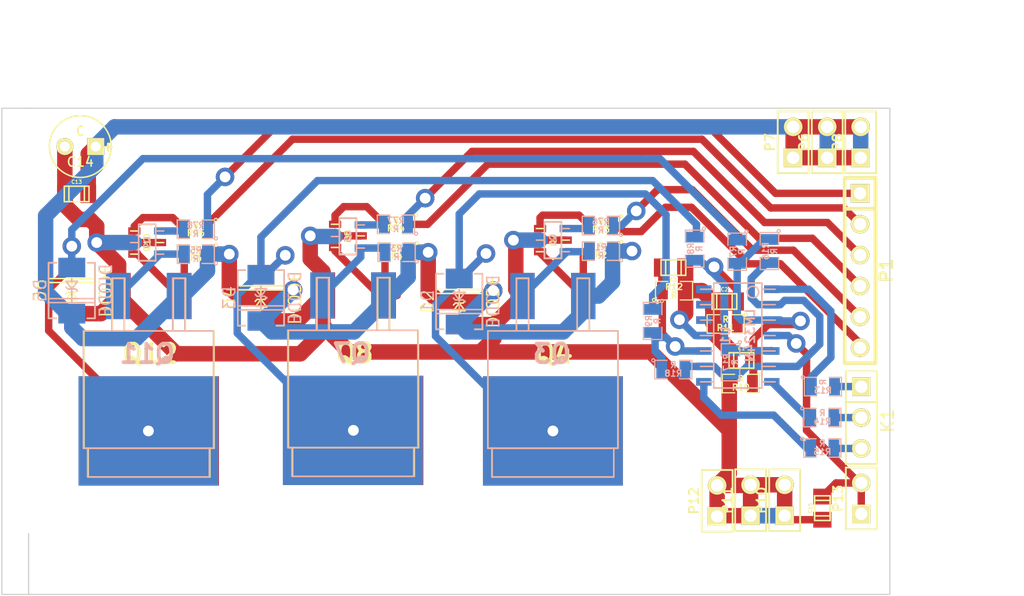
<source format=kicad_pcb>
(kicad_pcb (version 3) (host pcbnew "(2013-07-07 BZR 4022)-stable")

  (general
    (links 108)
    (no_connects 0)
    (area 132.949999 73.150001 219.428571 124.050001)
    (thickness 1.6)
    (drawings 11)
    (tracks 407)
    (zones 0)
    (modules 58)
    (nets 35)
  )

  (page A3)
  (layers
    (15 F.Cu signal)
    (0 B.Cu signal)
    (16 B.Adhes user)
    (17 F.Adhes user)
    (18 B.Paste user)
    (19 F.Paste user)
    (20 B.SilkS user)
    (21 F.SilkS user)
    (22 B.Mask user)
    (23 F.Mask user)
    (24 Dwgs.User user)
    (25 Cmts.User user)
    (26 Eco1.User user)
    (27 Eco2.User user)
    (28 Edge.Cuts user)
  )

  (setup
    (last_trace_width 0.6096)
    (user_trace_width 0.6096)
    (trace_clearance 0.3048)
    (zone_clearance 0.5)
    (zone_45_only no)
    (trace_min 0.254)
    (segment_width 0.2)
    (edge_width 0.1)
    (via_size 1.27)
    (via_drill 0.7112)
    (via_min_size 0.889)
    (via_min_drill 0.508)
    (user_via 1.5 0)
    (user_via 1.524 0.889)
    (uvia_size 0.508)
    (uvia_drill 0.127)
    (uvias_allowed no)
    (uvia_min_size 0.508)
    (uvia_min_drill 0.127)
    (pcb_text_width 0.3)
    (pcb_text_size 1.5 1.5)
    (mod_edge_width 0.15)
    (mod_text_size 1 1)
    (mod_text_width 0.15)
    (pad_size 3.175 3.175)
    (pad_drill 0.6)
    (pad_to_mask_clearance 0)
    (aux_axis_origin 0 0)
    (visible_elements 7FFFFBFF)
    (pcbplotparams
      (layerselection 3178497)
      (usegerberextensions true)
      (excludeedgelayer true)
      (linewidth 0.150000)
      (plotframeref false)
      (viasonmask false)
      (mode 1)
      (useauxorigin false)
      (hpglpennumber 1)
      (hpglpenspeed 20)
      (hpglpendiameter 15)
      (hpglpenoverlay 2)
      (psnegative false)
      (psa4output false)
      (plotreference true)
      (plotvalue true)
      (plotothertext true)
      (plotinvisibletext false)
      (padsonsilk false)
      (subtractmaskfromsilk false)
      (outputformat 1)
      (mirror false)
      (drillshape 1)
      (scaleselection 1)
      (outputdirectory ""))
  )

  (net 0 "")
  (net 1 /MOSFET_Potencia1/Fase1)
  (net 2 /MOSFET_Potencia1/Fase2)
  (net 3 /MOSFET_Potencia1/Fase3)
  (net 4 /MOSFET_Potencia1/Q0)
  (net 5 /MOSFET_Potencia1/Q1)
  (net 6 /MOSFET_Potencia1/Q2)
  (net 7 /MOSFET_Potencia1/Q3)
  (net 8 /MOSFET_Potencia1/Q4)
  (net 9 /MOSFET_Potencia1/Q5)
  (net 10 GND)
  (net 11 N-000001)
  (net 12 N-0000014)
  (net 13 N-0000018)
  (net 14 N-0000019)
  (net 15 N-0000020)
  (net 16 N-0000021)
  (net 17 N-0000022)
  (net 18 N-0000023)
  (net 19 N-0000024)
  (net 20 N-0000025)
  (net 21 N-0000028)
  (net 22 N-000003)
  (net 23 N-0000030)
  (net 24 N-0000031)
  (net 25 N-0000032)
  (net 26 N-0000033)
  (net 27 N-0000034)
  (net 28 N-0000035)
  (net 29 N-000004)
  (net 30 N-000005)
  (net 31 N-000006)
  (net 32 N-000007)
  (net 33 VDD)
  (net 34 V_5v)

  (net_class Default "This is the default net class."
    (clearance 0.3048)
    (trace_width 0.6096)
    (via_dia 1.27)
    (via_drill 0.7112)
    (uvia_dia 0.508)
    (uvia_drill 0.127)
    (add_net "")
    (add_net /MOSFET_Potencia1/Fase1)
    (add_net /MOSFET_Potencia1/Fase2)
    (add_net /MOSFET_Potencia1/Fase3)
    (add_net /MOSFET_Potencia1/Q0)
    (add_net /MOSFET_Potencia1/Q1)
    (add_net /MOSFET_Potencia1/Q2)
    (add_net /MOSFET_Potencia1/Q3)
    (add_net /MOSFET_Potencia1/Q4)
    (add_net /MOSFET_Potencia1/Q5)
    (add_net N-000001)
    (add_net N-0000014)
    (add_net N-0000018)
    (add_net N-0000019)
    (add_net N-0000020)
    (add_net N-0000021)
    (add_net N-0000022)
    (add_net N-0000023)
    (add_net N-0000024)
    (add_net N-0000025)
    (add_net N-0000028)
    (add_net N-000003)
    (add_net N-0000030)
    (add_net N-0000031)
    (add_net N-0000032)
    (add_net N-0000033)
    (add_net N-0000034)
    (add_net N-0000035)
    (add_net N-000004)
    (add_net N-000005)
    (add_net N-000006)
    (add_net N-000007)
    (add_net V_5v)
  )

  (net_class Alimentacion ""
    (clearance 0.3048)
    (trace_width 1.27)
    (via_dia 1.27)
    (via_drill 0.7112)
    (uvia_dia 0.508)
    (uvia_drill 0.127)
    (add_net GND)
    (add_net VDD)
  )

  (module sot404 (layer F.Cu) (tedit 50BDE9AF) (tstamp 55EA4D5B)
    (at 176.1 105 180)
    (descr SOT404)
    (path /55AE95FE/55AF2E12)
    (attr smd)
    (fp_text reference Q4 (at -0.09906 0.8001 180) (layer F.SilkS)
      (effects (font (size 1.524 1.524) (thickness 0.3048)))
    )
    (fp_text value IRF540N (at -0.20066 1.09982 180) (layer F.SilkS) hide
      (effects (font (size 1.524 1.524) (thickness 0.3048)))
    )
    (fp_line (start -5.0038 -6.9723) (end -5.0038 -9.3345) (layer F.SilkS) (width 0.127))
    (fp_line (start -5.0038 -9.3345) (end 5.0038 -9.3345) (layer F.SilkS) (width 0.127))
    (fp_line (start 5.0038 -9.3345) (end 5.0038 -6.9723) (layer F.SilkS) (width 0.127))
    (fp_line (start 2.9972 7.0104) (end 2.9972 2.6797) (layer F.SilkS) (width 0.127))
    (fp_line (start 1.9939 7.0104) (end 2.9972 7.0104) (layer F.SilkS) (width 0.127))
    (fp_line (start 1.9939 2.6797) (end 1.9939 7.0104) (layer F.SilkS) (width 0.127))
    (fp_line (start -2.9972 2.6797) (end -2.9972 7.0104) (layer F.SilkS) (width 0.127))
    (fp_line (start -2.9972 7.0104) (end -1.9939 7.0104) (layer F.SilkS) (width 0.127))
    (fp_line (start -1.9939 7.0104) (end -1.9939 2.6797) (layer F.SilkS) (width 0.127))
    (fp_line (start -5.3467 -6.9723) (end 5.3467 -6.9723) (layer F.SilkS) (width 0.127))
    (fp_line (start 5.3467 -6.9723) (end 5.3467 2.6797) (layer F.SilkS) (width 0.127))
    (fp_line (start 5.3467 2.6797) (end -5.3467 2.6797) (layer F.SilkS) (width 0.127))
    (fp_line (start -5.3467 2.6797) (end -5.3467 -6.9723) (layer F.SilkS) (width 0.127))
    (pad 1 smd rect (at -2.49936 5.5499 180) (size 1.99898 3.79984)
      (layers F.Cu F.Paste F.Mask)
      (net 26 N-0000033)
    )
    (pad 3 smd rect (at 2.49936 5.5499 180) (size 1.99898 3.79984)
      (layers F.Cu F.Paste F.Mask)
      (net 10 GND)
    )
    (pad 2 smd rect (at 0 -5.5499 180) (size 11.50112 8.99922)
      (layers F.Cu F.Paste F.Mask)
      (net 3 /MOSFET_Potencia1/Fase3)
    )
    (model smd/smd_transistors/sot404.wrl
      (at (xyz 0 0 0))
      (scale (xyz 1 1 1))
      (rotate (xyz 0 0 0))
    )
  )

  (module sot404 (layer F.Cu) (tedit 50BDE9AF) (tstamp 55EA4D6F)
    (at 159.7 104.95 180)
    (descr SOT404)
    (path /55AE95FE/55AF2E18)
    (attr smd)
    (fp_text reference Q8 (at -0.09906 0.8001 180) (layer F.SilkS)
      (effects (font (size 1.524 1.524) (thickness 0.3048)))
    )
    (fp_text value IRF540N (at -0.20066 1.09982 180) (layer F.SilkS) hide
      (effects (font (size 1.524 1.524) (thickness 0.3048)))
    )
    (fp_line (start -5.0038 -6.9723) (end -5.0038 -9.3345) (layer F.SilkS) (width 0.127))
    (fp_line (start -5.0038 -9.3345) (end 5.0038 -9.3345) (layer F.SilkS) (width 0.127))
    (fp_line (start 5.0038 -9.3345) (end 5.0038 -6.9723) (layer F.SilkS) (width 0.127))
    (fp_line (start 2.9972 7.0104) (end 2.9972 2.6797) (layer F.SilkS) (width 0.127))
    (fp_line (start 1.9939 7.0104) (end 2.9972 7.0104) (layer F.SilkS) (width 0.127))
    (fp_line (start 1.9939 2.6797) (end 1.9939 7.0104) (layer F.SilkS) (width 0.127))
    (fp_line (start -2.9972 2.6797) (end -2.9972 7.0104) (layer F.SilkS) (width 0.127))
    (fp_line (start -2.9972 7.0104) (end -1.9939 7.0104) (layer F.SilkS) (width 0.127))
    (fp_line (start -1.9939 7.0104) (end -1.9939 2.6797) (layer F.SilkS) (width 0.127))
    (fp_line (start -5.3467 -6.9723) (end 5.3467 -6.9723) (layer F.SilkS) (width 0.127))
    (fp_line (start 5.3467 -6.9723) (end 5.3467 2.6797) (layer F.SilkS) (width 0.127))
    (fp_line (start 5.3467 2.6797) (end -5.3467 2.6797) (layer F.SilkS) (width 0.127))
    (fp_line (start -5.3467 2.6797) (end -5.3467 -6.9723) (layer F.SilkS) (width 0.127))
    (pad 1 smd rect (at -2.49936 5.5499 180) (size 1.99898 3.79984)
      (layers F.Cu F.Paste F.Mask)
      (net 28 N-0000035)
    )
    (pad 3 smd rect (at 2.49936 5.5499 180) (size 1.99898 3.79984)
      (layers F.Cu F.Paste F.Mask)
      (net 10 GND)
    )
    (pad 2 smd rect (at 0 -5.5499 180) (size 11.50112 8.99922)
      (layers F.Cu F.Paste F.Mask)
      (net 2 /MOSFET_Potencia1/Fase2)
    )
    (model smd/smd_transistors/sot404.wrl
      (at (xyz 0 0 0))
      (scale (xyz 1 1 1))
      (rotate (xyz 0 0 0))
    )
  )

  (module sot404 (layer B.Cu) (tedit 50BDE9AF) (tstamp 55EA4D83)
    (at 142.85 105)
    (descr SOT404)
    (path /55AE95FE/55AF2E30)
    (attr smd)
    (fp_text reference Q11 (at -0.09906 -0.8001) (layer B.SilkS)
      (effects (font (size 1.524 1.524) (thickness 0.3048)) (justify mirror))
    )
    (fp_text value IRF9540N (at -0.20066 -1.09982) (layer B.SilkS) hide
      (effects (font (size 1.524 1.524) (thickness 0.3048)) (justify mirror))
    )
    (fp_line (start -5.0038 6.9723) (end -5.0038 9.3345) (layer B.SilkS) (width 0.127))
    (fp_line (start -5.0038 9.3345) (end 5.0038 9.3345) (layer B.SilkS) (width 0.127))
    (fp_line (start 5.0038 9.3345) (end 5.0038 6.9723) (layer B.SilkS) (width 0.127))
    (fp_line (start 2.9972 -7.0104) (end 2.9972 -2.6797) (layer B.SilkS) (width 0.127))
    (fp_line (start 1.9939 -7.0104) (end 2.9972 -7.0104) (layer B.SilkS) (width 0.127))
    (fp_line (start 1.9939 -2.6797) (end 1.9939 -7.0104) (layer B.SilkS) (width 0.127))
    (fp_line (start -2.9972 -2.6797) (end -2.9972 -7.0104) (layer B.SilkS) (width 0.127))
    (fp_line (start -2.9972 -7.0104) (end -1.9939 -7.0104) (layer B.SilkS) (width 0.127))
    (fp_line (start -1.9939 -7.0104) (end -1.9939 -2.6797) (layer B.SilkS) (width 0.127))
    (fp_line (start -5.3467 6.9723) (end 5.3467 6.9723) (layer B.SilkS) (width 0.127))
    (fp_line (start 5.3467 6.9723) (end 5.3467 -2.6797) (layer B.SilkS) (width 0.127))
    (fp_line (start 5.3467 -2.6797) (end -5.3467 -2.6797) (layer B.SilkS) (width 0.127))
    (fp_line (start -5.3467 -2.6797) (end -5.3467 6.9723) (layer B.SilkS) (width 0.127))
    (pad 1 smd rect (at -2.49936 -5.5499) (size 1.99898 3.79984)
      (layers B.Cu B.Paste B.Mask)
      (net 23 N-0000030)
    )
    (pad 3 smd rect (at 2.49936 -5.5499) (size 1.99898 3.79984)
      (layers B.Cu B.Paste B.Mask)
      (net 33 VDD)
    )
    (pad 2 smd rect (at 0 5.5499) (size 11.50112 8.99922)
      (layers B.Cu B.Paste B.Mask)
      (net 1 /MOSFET_Potencia1/Fase1)
    )
    (model smd/smd_transistors/sot404.wrl
      (at (xyz 0 0 0))
      (scale (xyz 1 1 1))
      (rotate (xyz 0 0 0))
    )
  )

  (module sot404 (layer B.Cu) (tedit 50BDE9AF) (tstamp 55EA4D97)
    (at 176.1 105)
    (descr SOT404)
    (path /55AE95FE/55AF2E2A)
    (attr smd)
    (fp_text reference Q3 (at -0.09906 -0.8001) (layer B.SilkS)
      (effects (font (size 1.524 1.524) (thickness 0.3048)) (justify mirror))
    )
    (fp_text value IRF9540N (at -0.20066 -1.09982) (layer B.SilkS) hide
      (effects (font (size 1.524 1.524) (thickness 0.3048)) (justify mirror))
    )
    (fp_line (start -5.0038 6.9723) (end -5.0038 9.3345) (layer B.SilkS) (width 0.127))
    (fp_line (start -5.0038 9.3345) (end 5.0038 9.3345) (layer B.SilkS) (width 0.127))
    (fp_line (start 5.0038 9.3345) (end 5.0038 6.9723) (layer B.SilkS) (width 0.127))
    (fp_line (start 2.9972 -7.0104) (end 2.9972 -2.6797) (layer B.SilkS) (width 0.127))
    (fp_line (start 1.9939 -7.0104) (end 2.9972 -7.0104) (layer B.SilkS) (width 0.127))
    (fp_line (start 1.9939 -2.6797) (end 1.9939 -7.0104) (layer B.SilkS) (width 0.127))
    (fp_line (start -2.9972 -2.6797) (end -2.9972 -7.0104) (layer B.SilkS) (width 0.127))
    (fp_line (start -2.9972 -7.0104) (end -1.9939 -7.0104) (layer B.SilkS) (width 0.127))
    (fp_line (start -1.9939 -7.0104) (end -1.9939 -2.6797) (layer B.SilkS) (width 0.127))
    (fp_line (start -5.3467 6.9723) (end 5.3467 6.9723) (layer B.SilkS) (width 0.127))
    (fp_line (start 5.3467 6.9723) (end 5.3467 -2.6797) (layer B.SilkS) (width 0.127))
    (fp_line (start 5.3467 -2.6797) (end -5.3467 -2.6797) (layer B.SilkS) (width 0.127))
    (fp_line (start -5.3467 -2.6797) (end -5.3467 6.9723) (layer B.SilkS) (width 0.127))
    (pad 1 smd rect (at -2.49936 -5.5499) (size 1.99898 3.79984)
      (layers B.Cu B.Paste B.Mask)
      (net 25 N-0000032)
    )
    (pad 3 smd rect (at 2.49936 -5.5499) (size 1.99898 3.79984)
      (layers B.Cu B.Paste B.Mask)
      (net 33 VDD)
    )
    (pad 2 smd rect (at 0 5.5499) (size 11.50112 8.99922)
      (layers B.Cu B.Paste B.Mask)
      (net 3 /MOSFET_Potencia1/Fase3)
    )
    (model smd/smd_transistors/sot404.wrl
      (at (xyz 0 0 0))
      (scale (xyz 1 1 1))
      (rotate (xyz 0 0 0))
    )
  )

  (module sot404 (layer B.Cu) (tedit 50BDE9AF) (tstamp 55EA4DAB)
    (at 159.65 104.95)
    (descr SOT404)
    (path /55AE95FE/55AF2E24)
    (attr smd)
    (fp_text reference Q7 (at -0.09906 -0.8001) (layer B.SilkS)
      (effects (font (size 1.524 1.524) (thickness 0.3048)) (justify mirror))
    )
    (fp_text value IRF9540N (at -0.20066 -1.09982) (layer B.SilkS) hide
      (effects (font (size 1.524 1.524) (thickness 0.3048)) (justify mirror))
    )
    (fp_line (start -5.0038 6.9723) (end -5.0038 9.3345) (layer B.SilkS) (width 0.127))
    (fp_line (start -5.0038 9.3345) (end 5.0038 9.3345) (layer B.SilkS) (width 0.127))
    (fp_line (start 5.0038 9.3345) (end 5.0038 6.9723) (layer B.SilkS) (width 0.127))
    (fp_line (start 2.9972 -7.0104) (end 2.9972 -2.6797) (layer B.SilkS) (width 0.127))
    (fp_line (start 1.9939 -7.0104) (end 2.9972 -7.0104) (layer B.SilkS) (width 0.127))
    (fp_line (start 1.9939 -2.6797) (end 1.9939 -7.0104) (layer B.SilkS) (width 0.127))
    (fp_line (start -2.9972 -2.6797) (end -2.9972 -7.0104) (layer B.SilkS) (width 0.127))
    (fp_line (start -2.9972 -7.0104) (end -1.9939 -7.0104) (layer B.SilkS) (width 0.127))
    (fp_line (start -1.9939 -7.0104) (end -1.9939 -2.6797) (layer B.SilkS) (width 0.127))
    (fp_line (start -5.3467 6.9723) (end 5.3467 6.9723) (layer B.SilkS) (width 0.127))
    (fp_line (start 5.3467 6.9723) (end 5.3467 -2.6797) (layer B.SilkS) (width 0.127))
    (fp_line (start 5.3467 -2.6797) (end -5.3467 -2.6797) (layer B.SilkS) (width 0.127))
    (fp_line (start -5.3467 -2.6797) (end -5.3467 6.9723) (layer B.SilkS) (width 0.127))
    (pad 1 smd rect (at -2.49936 -5.5499) (size 1.99898 3.79984)
      (layers B.Cu B.Paste B.Mask)
      (net 24 N-0000031)
    )
    (pad 3 smd rect (at 2.49936 -5.5499) (size 1.99898 3.79984)
      (layers B.Cu B.Paste B.Mask)
      (net 33 VDD)
    )
    (pad 2 smd rect (at 0 5.5499) (size 11.50112 8.99922)
      (layers B.Cu B.Paste B.Mask)
      (net 2 /MOSFET_Potencia1/Fase2)
    )
    (model smd/smd_transistors/sot404.wrl
      (at (xyz 0 0 0))
      (scale (xyz 1 1 1))
      (rotate (xyz 0 0 0))
    )
  )

  (module sot404 (layer F.Cu) (tedit 50BDE9AF) (tstamp 55EA4DBF)
    (at 142.9 105 180)
    (descr SOT404)
    (path /55AE95FE/55AF2E1E)
    (attr smd)
    (fp_text reference Q12 (at -0.09906 0.8001 180) (layer F.SilkS)
      (effects (font (size 1.524 1.524) (thickness 0.3048)))
    )
    (fp_text value IRF540N (at -0.20066 1.09982 180) (layer F.SilkS) hide
      (effects (font (size 1.524 1.524) (thickness 0.3048)))
    )
    (fp_line (start -5.0038 -6.9723) (end -5.0038 -9.3345) (layer F.SilkS) (width 0.127))
    (fp_line (start -5.0038 -9.3345) (end 5.0038 -9.3345) (layer F.SilkS) (width 0.127))
    (fp_line (start 5.0038 -9.3345) (end 5.0038 -6.9723) (layer F.SilkS) (width 0.127))
    (fp_line (start 2.9972 7.0104) (end 2.9972 2.6797) (layer F.SilkS) (width 0.127))
    (fp_line (start 1.9939 7.0104) (end 2.9972 7.0104) (layer F.SilkS) (width 0.127))
    (fp_line (start 1.9939 2.6797) (end 1.9939 7.0104) (layer F.SilkS) (width 0.127))
    (fp_line (start -2.9972 2.6797) (end -2.9972 7.0104) (layer F.SilkS) (width 0.127))
    (fp_line (start -2.9972 7.0104) (end -1.9939 7.0104) (layer F.SilkS) (width 0.127))
    (fp_line (start -1.9939 7.0104) (end -1.9939 2.6797) (layer F.SilkS) (width 0.127))
    (fp_line (start -5.3467 -6.9723) (end 5.3467 -6.9723) (layer F.SilkS) (width 0.127))
    (fp_line (start 5.3467 -6.9723) (end 5.3467 2.6797) (layer F.SilkS) (width 0.127))
    (fp_line (start 5.3467 2.6797) (end -5.3467 2.6797) (layer F.SilkS) (width 0.127))
    (fp_line (start -5.3467 2.6797) (end -5.3467 -6.9723) (layer F.SilkS) (width 0.127))
    (pad 1 smd rect (at -2.49936 5.5499 180) (size 1.99898 3.79984)
      (layers F.Cu F.Paste F.Mask)
      (net 27 N-0000034)
    )
    (pad 3 smd rect (at 2.49936 5.5499 180) (size 1.99898 3.79984)
      (layers F.Cu F.Paste F.Mask)
      (net 10 GND)
    )
    (pad 2 smd rect (at 0 -5.5499 180) (size 11.50112 8.99922)
      (layers F.Cu F.Paste F.Mask)
      (net 1 /MOSFET_Potencia1/Fase1)
    )
    (model smd/smd_transistors/sot404.wrl
      (at (xyz 0 0 0))
      (scale (xyz 1 1 1))
      (rotate (xyz 0 0 0))
    )
  )

  (module sot23 (layer B.Cu) (tedit 50BDE8CE) (tstamp 55EA557E)
    (at 142.75 95.05 270)
    (descr SOT23)
    (path /55AE95FE/55AFC68B)
    (attr smd)
    (fp_text reference Q9 (at 0 0 270) (layer B.SilkS)
      (effects (font (size 0.50038 0.50038) (thickness 0.09906)) (justify mirror))
    )
    (fp_text value BC849 (at 0 -0.09906 270) (layer B.SilkS) hide
      (effects (font (size 0.50038 0.50038) (thickness 0.09906)) (justify mirror))
    )
    (fp_line (start 0.9525 -0.6985) (end 0.9525 -1.3589) (layer B.SilkS) (width 0.127))
    (fp_line (start -0.9525 -0.6985) (end -0.9525 -1.3589) (layer B.SilkS) (width 0.127))
    (fp_line (start 0 0.6985) (end 0 1.3589) (layer B.SilkS) (width 0.127))
    (fp_line (start -1.4986 0.6985) (end 1.4986 0.6985) (layer B.SilkS) (width 0.127))
    (fp_line (start 1.4986 0.6985) (end 1.4986 -0.6985) (layer B.SilkS) (width 0.127))
    (fp_line (start 1.4986 -0.6985) (end -1.4986 -0.6985) (layer B.SilkS) (width 0.127))
    (fp_line (start -1.4986 -0.6985) (end -1.4986 0.6985) (layer B.SilkS) (width 0.127))
    (pad 1 smd rect (at -0.9525 -1.05664 270) (size 0.59944 1.00076)
      (layers B.Cu B.Paste B.Mask)
      (net 9 /MOSFET_Potencia1/Q5)
    )
    (pad 2 smd rect (at 0 1.05664 270) (size 0.59944 1.00076)
      (layers B.Cu B.Paste B.Mask)
      (net 10 GND)
    )
    (pad 3 smd rect (at 0.9525 -1.05664 270) (size 0.59944 1.00076)
      (layers B.Cu B.Paste B.Mask)
      (net 23 N-0000030)
    )
    (model smd/smd_transistors/sot23.wrl
      (at (xyz 0 0 0))
      (scale (xyz 1 1 1))
      (rotate (xyz 0 0 0))
    )
  )

  (module sot23 (layer F.Cu) (tedit 50BDE8CE) (tstamp 55EA630D)
    (at 176.1 94.85 270)
    (descr SOT23)
    (path /55AE95FE/55AFC69A)
    (attr smd)
    (fp_text reference Q2 (at 0 0 270) (layer F.SilkS)
      (effects (font (size 0.50038 0.50038) (thickness 0.09906)))
    )
    (fp_text value BC849 (at 0 0.09906 270) (layer F.SilkS) hide
      (effects (font (size 0.50038 0.50038) (thickness 0.09906)))
    )
    (fp_line (start 0.9525 0.6985) (end 0.9525 1.3589) (layer F.SilkS) (width 0.127))
    (fp_line (start -0.9525 0.6985) (end -0.9525 1.3589) (layer F.SilkS) (width 0.127))
    (fp_line (start 0 -0.6985) (end 0 -1.3589) (layer F.SilkS) (width 0.127))
    (fp_line (start -1.4986 -0.6985) (end 1.4986 -0.6985) (layer F.SilkS) (width 0.127))
    (fp_line (start 1.4986 -0.6985) (end 1.4986 0.6985) (layer F.SilkS) (width 0.127))
    (fp_line (start 1.4986 0.6985) (end -1.4986 0.6985) (layer F.SilkS) (width 0.127))
    (fp_line (start -1.4986 0.6985) (end -1.4986 -0.6985) (layer F.SilkS) (width 0.127))
    (pad 1 smd rect (at -0.9525 1.05664 270) (size 0.59944 1.00076)
      (layers F.Cu F.Paste F.Mask)
      (net 4 /MOSFET_Potencia1/Q0)
    )
    (pad 2 smd rect (at 0 -1.05664 270) (size 0.59944 1.00076)
      (layers F.Cu F.Paste F.Mask)
      (net 10 GND)
    )
    (pad 3 smd rect (at 0.9525 1.05664 270) (size 0.59944 1.00076)
      (layers F.Cu F.Paste F.Mask)
      (net 26 N-0000033)
    )
    (model smd/smd_transistors/sot23.wrl
      (at (xyz 0 0 0))
      (scale (xyz 1 1 1))
      (rotate (xyz 0 0 0))
    )
  )

  (module sot23 (layer B.Cu) (tedit 50BDE8CE) (tstamp 55EA4DE9)
    (at 159.25 94.55 270)
    (descr SOT23)
    (path /55AE95FE/55AFC67C)
    (attr smd)
    (fp_text reference Q5 (at 0 0 270) (layer B.SilkS)
      (effects (font (size 0.50038 0.50038) (thickness 0.09906)) (justify mirror))
    )
    (fp_text value BC849 (at 0 -0.09906 270) (layer B.SilkS) hide
      (effects (font (size 0.50038 0.50038) (thickness 0.09906)) (justify mirror))
    )
    (fp_line (start 0.9525 -0.6985) (end 0.9525 -1.3589) (layer B.SilkS) (width 0.127))
    (fp_line (start -0.9525 -0.6985) (end -0.9525 -1.3589) (layer B.SilkS) (width 0.127))
    (fp_line (start 0 0.6985) (end 0 1.3589) (layer B.SilkS) (width 0.127))
    (fp_line (start -1.4986 0.6985) (end 1.4986 0.6985) (layer B.SilkS) (width 0.127))
    (fp_line (start 1.4986 0.6985) (end 1.4986 -0.6985) (layer B.SilkS) (width 0.127))
    (fp_line (start 1.4986 -0.6985) (end -1.4986 -0.6985) (layer B.SilkS) (width 0.127))
    (fp_line (start -1.4986 -0.6985) (end -1.4986 0.6985) (layer B.SilkS) (width 0.127))
    (pad 1 smd rect (at -0.9525 -1.05664 270) (size 0.59944 1.00076)
      (layers B.Cu B.Paste B.Mask)
      (net 7 /MOSFET_Potencia1/Q3)
    )
    (pad 2 smd rect (at 0 1.05664 270) (size 0.59944 1.00076)
      (layers B.Cu B.Paste B.Mask)
      (net 10 GND)
    )
    (pad 3 smd rect (at 0.9525 -1.05664 270) (size 0.59944 1.00076)
      (layers B.Cu B.Paste B.Mask)
      (net 24 N-0000031)
    )
    (model smd/smd_transistors/sot23.wrl
      (at (xyz 0 0 0))
      (scale (xyz 1 1 1))
      (rotate (xyz 0 0 0))
    )
  )

  (module sot23 (layer F.Cu) (tedit 50BDE8CE) (tstamp 55EA4DF7)
    (at 159.25 94.5 270)
    (descr SOT23)
    (path /55AE95FE/55AFC6A9)
    (attr smd)
    (fp_text reference Q6 (at 0 0 270) (layer F.SilkS)
      (effects (font (size 0.50038 0.50038) (thickness 0.09906)))
    )
    (fp_text value BC849 (at 0 0.09906 270) (layer F.SilkS) hide
      (effects (font (size 0.50038 0.50038) (thickness 0.09906)))
    )
    (fp_line (start 0.9525 0.6985) (end 0.9525 1.3589) (layer F.SilkS) (width 0.127))
    (fp_line (start -0.9525 0.6985) (end -0.9525 1.3589) (layer F.SilkS) (width 0.127))
    (fp_line (start 0 -0.6985) (end 0 -1.3589) (layer F.SilkS) (width 0.127))
    (fp_line (start -1.4986 -0.6985) (end 1.4986 -0.6985) (layer F.SilkS) (width 0.127))
    (fp_line (start 1.4986 -0.6985) (end 1.4986 0.6985) (layer F.SilkS) (width 0.127))
    (fp_line (start 1.4986 0.6985) (end -1.4986 0.6985) (layer F.SilkS) (width 0.127))
    (fp_line (start -1.4986 0.6985) (end -1.4986 -0.6985) (layer F.SilkS) (width 0.127))
    (pad 1 smd rect (at -0.9525 1.05664 270) (size 0.59944 1.00076)
      (layers F.Cu F.Paste F.Mask)
      (net 6 /MOSFET_Potencia1/Q2)
    )
    (pad 2 smd rect (at 0 -1.05664 270) (size 0.59944 1.00076)
      (layers F.Cu F.Paste F.Mask)
      (net 10 GND)
    )
    (pad 3 smd rect (at 0.9525 1.05664 270) (size 0.59944 1.00076)
      (layers F.Cu F.Paste F.Mask)
      (net 28 N-0000035)
    )
    (model smd/smd_transistors/sot23.wrl
      (at (xyz 0 0 0))
      (scale (xyz 1 1 1))
      (rotate (xyz 0 0 0))
    )
  )

  (module sot23 (layer B.Cu) (tedit 50BDE8CE) (tstamp 55EA4E05)
    (at 176.1 94.85 270)
    (descr SOT23)
    (path /55AE95FE/55AFC65C)
    (attr smd)
    (fp_text reference Q1 (at 0 0 270) (layer B.SilkS)
      (effects (font (size 0.50038 0.50038) (thickness 0.09906)) (justify mirror))
    )
    (fp_text value BC849 (at 0 -0.09906 270) (layer B.SilkS) hide
      (effects (font (size 0.50038 0.50038) (thickness 0.09906)) (justify mirror))
    )
    (fp_line (start 0.9525 -0.6985) (end 0.9525 -1.3589) (layer B.SilkS) (width 0.127))
    (fp_line (start -0.9525 -0.6985) (end -0.9525 -1.3589) (layer B.SilkS) (width 0.127))
    (fp_line (start 0 0.6985) (end 0 1.3589) (layer B.SilkS) (width 0.127))
    (fp_line (start -1.4986 0.6985) (end 1.4986 0.6985) (layer B.SilkS) (width 0.127))
    (fp_line (start 1.4986 0.6985) (end 1.4986 -0.6985) (layer B.SilkS) (width 0.127))
    (fp_line (start 1.4986 -0.6985) (end -1.4986 -0.6985) (layer B.SilkS) (width 0.127))
    (fp_line (start -1.4986 -0.6985) (end -1.4986 0.6985) (layer B.SilkS) (width 0.127))
    (pad 1 smd rect (at -0.9525 -1.05664 270) (size 0.59944 1.00076)
      (layers B.Cu B.Paste B.Mask)
      (net 5 /MOSFET_Potencia1/Q1)
    )
    (pad 2 smd rect (at 0 1.05664 270) (size 0.59944 1.00076)
      (layers B.Cu B.Paste B.Mask)
      (net 10 GND)
    )
    (pad 3 smd rect (at 0.9525 -1.05664 270) (size 0.59944 1.00076)
      (layers B.Cu B.Paste B.Mask)
      (net 25 N-0000032)
    )
    (model smd/smd_transistors/sot23.wrl
      (at (xyz 0 0 0))
      (scale (xyz 1 1 1))
      (rotate (xyz 0 0 0))
    )
  )

  (module sot23 (layer F.Cu) (tedit 50BDE8CE) (tstamp 55EA4E13)
    (at 142.75 95.05 270)
    (descr SOT23)
    (path /55AE95FE/55AFC6B8)
    (attr smd)
    (fp_text reference Q10 (at 0 0 270) (layer F.SilkS)
      (effects (font (size 0.50038 0.50038) (thickness 0.09906)))
    )
    (fp_text value BC849 (at 0 0.09906 270) (layer F.SilkS) hide
      (effects (font (size 0.50038 0.50038) (thickness 0.09906)))
    )
    (fp_line (start 0.9525 0.6985) (end 0.9525 1.3589) (layer F.SilkS) (width 0.127))
    (fp_line (start -0.9525 0.6985) (end -0.9525 1.3589) (layer F.SilkS) (width 0.127))
    (fp_line (start 0 -0.6985) (end 0 -1.3589) (layer F.SilkS) (width 0.127))
    (fp_line (start -1.4986 -0.6985) (end 1.4986 -0.6985) (layer F.SilkS) (width 0.127))
    (fp_line (start 1.4986 -0.6985) (end 1.4986 0.6985) (layer F.SilkS) (width 0.127))
    (fp_line (start 1.4986 0.6985) (end -1.4986 0.6985) (layer F.SilkS) (width 0.127))
    (fp_line (start -1.4986 0.6985) (end -1.4986 -0.6985) (layer F.SilkS) (width 0.127))
    (pad 1 smd rect (at -0.9525 1.05664 270) (size 0.59944 1.00076)
      (layers F.Cu F.Paste F.Mask)
      (net 8 /MOSFET_Potencia1/Q4)
    )
    (pad 2 smd rect (at 0 -1.05664 270) (size 0.59944 1.00076)
      (layers F.Cu F.Paste F.Mask)
      (net 10 GND)
    )
    (pad 3 smd rect (at 0.9525 1.05664 270) (size 0.59944 1.00076)
      (layers F.Cu F.Paste F.Mask)
      (net 27 N-0000034)
    )
    (model smd/smd_transistors/sot23.wrl
      (at (xyz 0 0 0))
      (scale (xyz 1 1 1))
      (rotate (xyz 0 0 0))
    )
  )

  (module so-14 (layer B.Cu) (tedit 48A6BF8F) (tstamp 55EA6359)
    (at 191.3 102.7 270)
    (descr SO-14)
    (path /55EA784D)
    (attr smd)
    (fp_text reference U1 (at 0 1.016 270) (layer B.SilkS)
      (effects (font (size 0.7493 0.7493) (thickness 0.14986)) (justify mirror))
    )
    (fp_text value LM324N (at 0 -1.016 270) (layer B.SilkS)
      (effects (font (size 0.7493 0.7493) (thickness 0.14986)) (justify mirror))
    )
    (fp_line (start -4.318 1.9812) (end -4.318 -1.9812) (layer B.SilkS) (width 0.127))
    (fp_line (start -4.318 -1.9812) (end 4.318 -1.9812) (layer B.SilkS) (width 0.127))
    (fp_line (start 4.318 -1.9812) (end 4.318 1.9812) (layer B.SilkS) (width 0.127))
    (fp_line (start 4.318 1.9812) (end -4.318 1.9812) (layer B.SilkS) (width 0.127))
    (fp_line (start -2.54 1.9812) (end -2.54 3.0734) (layer B.SilkS) (width 0.127))
    (fp_line (start -1.27 1.9812) (end -1.27 3.0734) (layer B.SilkS) (width 0.127))
    (fp_line (start 0 1.9812) (end 0 3.0734) (layer B.SilkS) (width 0.127))
    (fp_line (start -3.81 1.9812) (end -3.81 3.0734) (layer B.SilkS) (width 0.127))
    (fp_line (start 1.27 3.0734) (end 1.27 1.9812) (layer B.SilkS) (width 0.127))
    (fp_line (start 2.54 3.0734) (end 2.54 1.9812) (layer B.SilkS) (width 0.127))
    (fp_line (start 3.81 3.0734) (end 3.81 1.9812) (layer B.SilkS) (width 0.127))
    (fp_line (start 3.81 -1.9812) (end 3.81 -3.0734) (layer B.SilkS) (width 0.127))
    (fp_line (start 2.54 -1.9812) (end 2.54 -3.0734) (layer B.SilkS) (width 0.127))
    (fp_line (start -3.81 -1.9812) (end -3.81 -3.0734) (layer B.SilkS) (width 0.127))
    (fp_line (start -2.54 -3.0734) (end -2.54 -1.9812) (layer B.SilkS) (width 0.127))
    (fp_line (start 1.27 -3.0734) (end 1.27 -1.9812) (layer B.SilkS) (width 0.127))
    (fp_line (start 0 -3.0734) (end 0 -1.9812) (layer B.SilkS) (width 0.127))
    (fp_line (start -1.27 -3.0734) (end -1.27 -1.9812) (layer B.SilkS) (width 0.127))
    (fp_circle (center -3.5814 -1.2446) (end -3.8608 -1.6256) (layer B.SilkS) (width 0.127))
    (pad 1 smd rect (at -3.81 -2.794 270) (size 0.635 1.27)
      (layers B.Cu B.Paste B.Mask)
      (net 22 N-000003)
    )
    (pad 2 smd rect (at -2.54 -2.794 270) (size 0.635 1.27)
      (layers B.Cu B.Paste B.Mask)
      (net 21 N-0000028)
    )
    (pad 3 smd rect (at -1.27 -2.794 270) (size 0.635 1.27)
      (layers B.Cu B.Paste B.Mask)
      (net 11 N-000001)
    )
    (pad 4 smd rect (at 0 -2.794 270) (size 0.635 1.27)
      (layers B.Cu B.Paste B.Mask)
      (net 34 V_5v)
    )
    (pad 5 smd rect (at 1.27 -2.794 270) (size 0.635 1.27)
      (layers B.Cu B.Paste B.Mask)
      (net 29 N-000004)
    )
    (pad 6 smd rect (at 2.54 -2.794 270) (size 0.635 1.27)
      (layers B.Cu B.Paste B.Mask)
      (net 21 N-0000028)
    )
    (pad 7 smd rect (at 3.81 -2.794 270) (size 0.635 1.27)
      (layers B.Cu B.Paste B.Mask)
      (net 30 N-000005)
    )
    (pad 8 smd rect (at 3.81 2.794 270) (size 0.635 1.27)
      (layers B.Cu B.Paste B.Mask)
      (net 32 N-000007)
    )
    (pad 9 smd rect (at 2.54 2.794 270) (size 0.635 1.27)
      (layers B.Cu B.Paste B.Mask)
      (net 21 N-0000028)
    )
    (pad 10 smd rect (at 1.27 2.794 270) (size 0.635 1.27)
      (layers B.Cu B.Paste B.Mask)
      (net 31 N-000006)
    )
    (pad 11 smd rect (at 0 2.794 270) (size 0.635 1.27)
      (layers B.Cu B.Paste B.Mask)
      (net 10 GND)
    )
    (pad 12 smd rect (at -1.27 2.794 270) (size 0.635 1.27)
      (layers B.Cu B.Paste B.Mask)
    )
    (pad 13 smd rect (at -2.54 2.794 270) (size 0.635 1.27)
      (layers B.Cu B.Paste B.Mask)
    )
    (pad 14 smd rect (at -3.81 2.794 270) (size 0.635 1.27)
      (layers B.Cu B.Paste B.Mask)
    )
    (model smd/smd_dil/so-14.wrl
      (at (xyz 0 0 0))
      (scale (xyz 1 1 1))
      (rotate (xyz 0 0 0))
    )
  )

  (module SM0805 (layer B.Cu) (tedit 5091495C) (tstamp 55EA4E45)
    (at 180.05 95.75 180)
    (path /55AE95FE/55AF2E5A)
    (attr smd)
    (fp_text reference R1 (at 0 0.3175 180) (layer B.SilkS)
      (effects (font (size 0.50038 0.50038) (thickness 0.10922)) (justify mirror))
    )
    (fp_text value R (at 0 -0.381 180) (layer B.SilkS)
      (effects (font (size 0.50038 0.50038) (thickness 0.10922)) (justify mirror))
    )
    (fp_circle (center -1.651 -0.762) (end -1.651 -0.635) (layer B.SilkS) (width 0.09906))
    (fp_line (start -0.508 -0.762) (end -1.524 -0.762) (layer B.SilkS) (width 0.09906))
    (fp_line (start -1.524 -0.762) (end -1.524 0.762) (layer B.SilkS) (width 0.09906))
    (fp_line (start -1.524 0.762) (end -0.508 0.762) (layer B.SilkS) (width 0.09906))
    (fp_line (start 0.508 0.762) (end 1.524 0.762) (layer B.SilkS) (width 0.09906))
    (fp_line (start 1.524 0.762) (end 1.524 -0.762) (layer B.SilkS) (width 0.09906))
    (fp_line (start 1.524 -0.762) (end 0.508 -0.762) (layer B.SilkS) (width 0.09906))
    (pad 1 smd rect (at -0.9525 0 180) (size 0.889 1.397)
      (layers B.Cu B.Paste B.Mask)
      (net 33 VDD)
    )
    (pad 2 smd rect (at 0.9525 0 180) (size 0.889 1.397)
      (layers B.Cu B.Paste B.Mask)
      (net 25 N-0000032)
    )
    (model smd/chip_cms.wrl
      (at (xyz 0 0 0))
      (scale (xyz 0.1 0.1 0.1))
      (rotate (xyz 0 0 0))
    )
  )

  (module SM0805 (layer B.Cu) (tedit 5091495C) (tstamp 55EA4E52)
    (at 163.25 95.85 180)
    (path /55AE95FE/55AF2E60)
    (attr smd)
    (fp_text reference R3 (at 0 0.3175 180) (layer B.SilkS)
      (effects (font (size 0.50038 0.50038) (thickness 0.10922)) (justify mirror))
    )
    (fp_text value R (at 0 -0.381 180) (layer B.SilkS)
      (effects (font (size 0.50038 0.50038) (thickness 0.10922)) (justify mirror))
    )
    (fp_circle (center -1.651 -0.762) (end -1.651 -0.635) (layer B.SilkS) (width 0.09906))
    (fp_line (start -0.508 -0.762) (end -1.524 -0.762) (layer B.SilkS) (width 0.09906))
    (fp_line (start -1.524 -0.762) (end -1.524 0.762) (layer B.SilkS) (width 0.09906))
    (fp_line (start -1.524 0.762) (end -0.508 0.762) (layer B.SilkS) (width 0.09906))
    (fp_line (start 0.508 0.762) (end 1.524 0.762) (layer B.SilkS) (width 0.09906))
    (fp_line (start 1.524 0.762) (end 1.524 -0.762) (layer B.SilkS) (width 0.09906))
    (fp_line (start 1.524 -0.762) (end 0.508 -0.762) (layer B.SilkS) (width 0.09906))
    (pad 1 smd rect (at -0.9525 0 180) (size 0.889 1.397)
      (layers B.Cu B.Paste B.Mask)
      (net 33 VDD)
    )
    (pad 2 smd rect (at 0.9525 0 180) (size 0.889 1.397)
      (layers B.Cu B.Paste B.Mask)
      (net 24 N-0000031)
    )
    (model smd/chip_cms.wrl
      (at (xyz 0 0 0))
      (scale (xyz 0.1 0.1 0.1))
      (rotate (xyz 0 0 0))
    )
  )

  (module SM0805 (layer B.Cu) (tedit 5091495C) (tstamp 55EA558C)
    (at 146.75 96 180)
    (path /55AE95FE/55AF2E66)
    (attr smd)
    (fp_text reference R5 (at 0 0.3175 180) (layer B.SilkS)
      (effects (font (size 0.50038 0.50038) (thickness 0.10922)) (justify mirror))
    )
    (fp_text value R (at 0 -0.381 180) (layer B.SilkS)
      (effects (font (size 0.50038 0.50038) (thickness 0.10922)) (justify mirror))
    )
    (fp_circle (center -1.651 -0.762) (end -1.651 -0.635) (layer B.SilkS) (width 0.09906))
    (fp_line (start -0.508 -0.762) (end -1.524 -0.762) (layer B.SilkS) (width 0.09906))
    (fp_line (start -1.524 -0.762) (end -1.524 0.762) (layer B.SilkS) (width 0.09906))
    (fp_line (start -1.524 0.762) (end -0.508 0.762) (layer B.SilkS) (width 0.09906))
    (fp_line (start 0.508 0.762) (end 1.524 0.762) (layer B.SilkS) (width 0.09906))
    (fp_line (start 1.524 0.762) (end 1.524 -0.762) (layer B.SilkS) (width 0.09906))
    (fp_line (start 1.524 -0.762) (end 0.508 -0.762) (layer B.SilkS) (width 0.09906))
    (pad 1 smd rect (at -0.9525 0 180) (size 0.889 1.397)
      (layers B.Cu B.Paste B.Mask)
      (net 33 VDD)
    )
    (pad 2 smd rect (at 0.9525 0 180) (size 0.889 1.397)
      (layers B.Cu B.Paste B.Mask)
      (net 23 N-0000030)
    )
    (model smd/chip_cms.wrl
      (at (xyz 0 0 0))
      (scale (xyz 0.1 0.1 0.1))
      (rotate (xyz 0 0 0))
    )
  )

  (module SM0805 (layer B.Cu) (tedit 5091495C) (tstamp 55EA4E6C)
    (at 186 105.5)
    (path /55EA78C2)
    (attr smd)
    (fp_text reference R18 (at 0 0.3175) (layer B.SilkS)
      (effects (font (size 0.50038 0.50038) (thickness 0.10922)) (justify mirror))
    )
    (fp_text value R (at 0 -0.381) (layer B.SilkS)
      (effects (font (size 0.50038 0.50038) (thickness 0.10922)) (justify mirror))
    )
    (fp_circle (center -1.651 -0.762) (end -1.651 -0.635) (layer B.SilkS) (width 0.09906))
    (fp_line (start -0.508 -0.762) (end -1.524 -0.762) (layer B.SilkS) (width 0.09906))
    (fp_line (start -1.524 -0.762) (end -1.524 0.762) (layer B.SilkS) (width 0.09906))
    (fp_line (start -1.524 0.762) (end -0.508 0.762) (layer B.SilkS) (width 0.09906))
    (fp_line (start 0.508 0.762) (end 1.524 0.762) (layer B.SilkS) (width 0.09906))
    (fp_line (start 1.524 0.762) (end 1.524 -0.762) (layer B.SilkS) (width 0.09906))
    (fp_line (start 1.524 -0.762) (end 0.508 -0.762) (layer B.SilkS) (width 0.09906))
    (pad 1 smd rect (at -0.9525 0) (size 0.889 1.397)
      (layers B.Cu B.Paste B.Mask)
      (net 31 N-000006)
    )
    (pad 2 smd rect (at 0.9525 0) (size 0.889 1.397)
      (layers B.Cu B.Paste B.Mask)
      (net 21 N-0000028)
    )
    (model smd/chip_cms.wrl
      (at (xyz 0 0 0))
      (scale (xyz 0.1 0.1 0.1))
      (rotate (xyz 0 0 0))
    )
  )

  (module SM0805 (layer B.Cu) (tedit 5091495C) (tstamp 55EA715A)
    (at 190.7 104.9 270)
    (path /55EA78BC)
    (attr smd)
    (fp_text reference R17 (at 0 0.3175 270) (layer B.SilkS)
      (effects (font (size 0.50038 0.50038) (thickness 0.10922)) (justify mirror))
    )
    (fp_text value R (at 0 -0.381 270) (layer B.SilkS)
      (effects (font (size 0.50038 0.50038) (thickness 0.10922)) (justify mirror))
    )
    (fp_circle (center -1.651 -0.762) (end -1.651 -0.635) (layer B.SilkS) (width 0.09906))
    (fp_line (start -0.508 -0.762) (end -1.524 -0.762) (layer B.SilkS) (width 0.09906))
    (fp_line (start -1.524 -0.762) (end -1.524 0.762) (layer B.SilkS) (width 0.09906))
    (fp_line (start -1.524 0.762) (end -0.508 0.762) (layer B.SilkS) (width 0.09906))
    (fp_line (start 0.508 0.762) (end 1.524 0.762) (layer B.SilkS) (width 0.09906))
    (fp_line (start 1.524 0.762) (end 1.524 -0.762) (layer B.SilkS) (width 0.09906))
    (fp_line (start 1.524 -0.762) (end 0.508 -0.762) (layer B.SilkS) (width 0.09906))
    (pad 1 smd rect (at -0.9525 0 270) (size 0.889 1.397)
      (layers B.Cu B.Paste B.Mask)
      (net 29 N-000004)
    )
    (pad 2 smd rect (at 0.9525 0 270) (size 0.889 1.397)
      (layers B.Cu B.Paste B.Mask)
      (net 21 N-0000028)
    )
    (model smd/chip_cms.wrl
      (at (xyz 0 0 0))
      (scale (xyz 0.1 0.1 0.1))
      (rotate (xyz 0 0 0))
    )
  )

  (module SM0805 (layer B.Cu) (tedit 5091495C) (tstamp 55EA4E86)
    (at 193.9 95.75 270)
    (path /55EA78B6)
    (attr smd)
    (fp_text reference R16 (at 0 0.3175 270) (layer B.SilkS)
      (effects (font (size 0.50038 0.50038) (thickness 0.10922)) (justify mirror))
    )
    (fp_text value R (at 0 -0.381 270) (layer B.SilkS)
      (effects (font (size 0.50038 0.50038) (thickness 0.10922)) (justify mirror))
    )
    (fp_circle (center -1.651 -0.762) (end -1.651 -0.635) (layer B.SilkS) (width 0.09906))
    (fp_line (start -0.508 -0.762) (end -1.524 -0.762) (layer B.SilkS) (width 0.09906))
    (fp_line (start -1.524 -0.762) (end -1.524 0.762) (layer B.SilkS) (width 0.09906))
    (fp_line (start -1.524 0.762) (end -0.508 0.762) (layer B.SilkS) (width 0.09906))
    (fp_line (start 0.508 0.762) (end 1.524 0.762) (layer B.SilkS) (width 0.09906))
    (fp_line (start 1.524 0.762) (end 1.524 -0.762) (layer B.SilkS) (width 0.09906))
    (fp_line (start 1.524 -0.762) (end 0.508 -0.762) (layer B.SilkS) (width 0.09906))
    (pad 1 smd rect (at -0.9525 0 270) (size 0.889 1.397)
      (layers B.Cu B.Paste B.Mask)
      (net 11 N-000001)
    )
    (pad 2 smd rect (at 0.9525 0 270) (size 0.889 1.397)
      (layers B.Cu B.Paste B.Mask)
      (net 21 N-0000028)
    )
    (model smd/chip_cms.wrl
      (at (xyz 0 0 0))
      (scale (xyz 0.1 0.1 0.1))
      (rotate (xyz 0 0 0))
    )
  )

  (module SM0805 (layer F.Cu) (tedit 5091495C) (tstamp 55EA62F0)
    (at 180.05 95.75 180)
    (path /55AE95FE/55AF2E6C)
    (attr smd)
    (fp_text reference R2 (at 0 -0.3175 180) (layer F.SilkS)
      (effects (font (size 0.50038 0.50038) (thickness 0.10922)))
    )
    (fp_text value R (at 0 0.381 180) (layer F.SilkS)
      (effects (font (size 0.50038 0.50038) (thickness 0.10922)))
    )
    (fp_circle (center -1.651 0.762) (end -1.651 0.635) (layer F.SilkS) (width 0.09906))
    (fp_line (start -0.508 0.762) (end -1.524 0.762) (layer F.SilkS) (width 0.09906))
    (fp_line (start -1.524 0.762) (end -1.524 -0.762) (layer F.SilkS) (width 0.09906))
    (fp_line (start -1.524 -0.762) (end -0.508 -0.762) (layer F.SilkS) (width 0.09906))
    (fp_line (start 0.508 -0.762) (end 1.524 -0.762) (layer F.SilkS) (width 0.09906))
    (fp_line (start 1.524 -0.762) (end 1.524 0.762) (layer F.SilkS) (width 0.09906))
    (fp_line (start 1.524 0.762) (end 0.508 0.762) (layer F.SilkS) (width 0.09906))
    (pad 1 smd rect (at -0.9525 0 180) (size 0.889 1.397)
      (layers F.Cu F.Paste F.Mask)
      (net 33 VDD)
    )
    (pad 2 smd rect (at 0.9525 0 180) (size 0.889 1.397)
      (layers F.Cu F.Paste F.Mask)
      (net 26 N-0000033)
    )
    (model smd/chip_cms.wrl
      (at (xyz 0 0 0))
      (scale (xyz 0.1 0.1 0.1))
      (rotate (xyz 0 0 0))
    )
  )

  (module SM0805 (layer F.Cu) (tedit 5091495C) (tstamp 55EA4EA0)
    (at 163.25 95.85 180)
    (path /55AE95FE/55AF2E72)
    (attr smd)
    (fp_text reference R4 (at 0 -0.3175 180) (layer F.SilkS)
      (effects (font (size 0.50038 0.50038) (thickness 0.10922)))
    )
    (fp_text value R (at 0 0.381 180) (layer F.SilkS)
      (effects (font (size 0.50038 0.50038) (thickness 0.10922)))
    )
    (fp_circle (center -1.651 0.762) (end -1.651 0.635) (layer F.SilkS) (width 0.09906))
    (fp_line (start -0.508 0.762) (end -1.524 0.762) (layer F.SilkS) (width 0.09906))
    (fp_line (start -1.524 0.762) (end -1.524 -0.762) (layer F.SilkS) (width 0.09906))
    (fp_line (start -1.524 -0.762) (end -0.508 -0.762) (layer F.SilkS) (width 0.09906))
    (fp_line (start 0.508 -0.762) (end 1.524 -0.762) (layer F.SilkS) (width 0.09906))
    (fp_line (start 1.524 -0.762) (end 1.524 0.762) (layer F.SilkS) (width 0.09906))
    (fp_line (start 1.524 0.762) (end 0.508 0.762) (layer F.SilkS) (width 0.09906))
    (pad 1 smd rect (at -0.9525 0 180) (size 0.889 1.397)
      (layers F.Cu F.Paste F.Mask)
      (net 33 VDD)
    )
    (pad 2 smd rect (at 0.9525 0 180) (size 0.889 1.397)
      (layers F.Cu F.Paste F.Mask)
      (net 28 N-0000035)
    )
    (model smd/chip_cms.wrl
      (at (xyz 0 0 0))
      (scale (xyz 0.1 0.1 0.1))
      (rotate (xyz 0 0 0))
    )
  )

  (module SM0805 (layer B.Cu) (tedit 5091495C) (tstamp 55EA4EAD)
    (at 198.25 111.95)
    (path /55EA78A5)
    (attr smd)
    (fp_text reference R15 (at 0 0.3175) (layer B.SilkS)
      (effects (font (size 0.50038 0.50038) (thickness 0.10922)) (justify mirror))
    )
    (fp_text value R (at 0 -0.381) (layer B.SilkS)
      (effects (font (size 0.50038 0.50038) (thickness 0.10922)) (justify mirror))
    )
    (fp_circle (center -1.651 -0.762) (end -1.651 -0.635) (layer B.SilkS) (width 0.09906))
    (fp_line (start -0.508 -0.762) (end -1.524 -0.762) (layer B.SilkS) (width 0.09906))
    (fp_line (start -1.524 -0.762) (end -1.524 0.762) (layer B.SilkS) (width 0.09906))
    (fp_line (start -1.524 0.762) (end -0.508 0.762) (layer B.SilkS) (width 0.09906))
    (fp_line (start 0.508 0.762) (end 1.524 0.762) (layer B.SilkS) (width 0.09906))
    (fp_line (start 1.524 0.762) (end 1.524 -0.762) (layer B.SilkS) (width 0.09906))
    (fp_line (start 1.524 -0.762) (end 0.508 -0.762) (layer B.SilkS) (width 0.09906))
    (pad 1 smd rect (at -0.9525 0) (size 0.889 1.397)
      (layers B.Cu B.Paste B.Mask)
      (net 32 N-000007)
    )
    (pad 2 smd rect (at 0.9525 0) (size 0.889 1.397)
      (layers B.Cu B.Paste B.Mask)
      (net 20 N-0000025)
    )
    (model smd/chip_cms.wrl
      (at (xyz 0 0 0))
      (scale (xyz 0.1 0.1 0.1))
      (rotate (xyz 0 0 0))
    )
  )

  (module SM0805 (layer F.Cu) (tedit 55EB4C58) (tstamp 55EA4EBA)
    (at 186.056 99.01)
    (path /55EA789F)
    (attr smd)
    (fp_text reference R12 (at 0 -0.3175) (layer F.SilkS)
      (effects (font (size 0.50038 0.50038) (thickness 0.10922)))
    )
    (fp_text value R (at 0 0.381) (layer F.SilkS)
      (effects (font (size 0.50038 0.50038) (thickness 0.10922)))
    )
    (fp_circle (center -1.651 0.762) (end -1.651 0.635) (layer F.SilkS) (width 0.09906))
    (fp_line (start -0.508 0.762) (end -1.524 0.762) (layer F.SilkS) (width 0.09906))
    (fp_line (start -1.524 0.762) (end -1.524 -0.762) (layer F.SilkS) (width 0.09906))
    (fp_line (start -1.524 -0.762) (end -0.508 -0.762) (layer F.SilkS) (width 0.09906))
    (fp_line (start 0.508 -0.762) (end 1.524 -0.762) (layer F.SilkS) (width 0.09906))
    (fp_line (start 1.524 -0.762) (end 1.524 0.762) (layer F.SilkS) (width 0.09906))
    (fp_line (start 1.524 0.762) (end 0.508 0.762) (layer F.SilkS) (width 0.09906))
    (pad 1 smd rect (at -0.9525 0) (size 0.889 1.397)
      (layers F.Cu F.Paste F.Mask)
      (net 31 N-000006)
    )
    (pad 2 smd rect (at 0.9525 0) (size 0.889 1.397)
      (layers F.Cu F.Paste F.Mask)
      (net 10 GND)
    )
    (model smd/chip_cms.wrl
      (at (xyz 0 0 0))
      (scale (xyz 0.1 0.1 0.1))
      (rotate (xyz 0 0 0))
    )
  )

  (module SM0805 (layer F.Cu) (tedit 5091495C) (tstamp 55EA4EC7)
    (at 146.75 96 180)
    (path /55AE95FE/55AF2E78)
    (attr smd)
    (fp_text reference R6 (at 0 -0.3175 180) (layer F.SilkS)
      (effects (font (size 0.50038 0.50038) (thickness 0.10922)))
    )
    (fp_text value R (at 0 0.381 180) (layer F.SilkS)
      (effects (font (size 0.50038 0.50038) (thickness 0.10922)))
    )
    (fp_circle (center -1.651 0.762) (end -1.651 0.635) (layer F.SilkS) (width 0.09906))
    (fp_line (start -0.508 0.762) (end -1.524 0.762) (layer F.SilkS) (width 0.09906))
    (fp_line (start -1.524 0.762) (end -1.524 -0.762) (layer F.SilkS) (width 0.09906))
    (fp_line (start -1.524 -0.762) (end -0.508 -0.762) (layer F.SilkS) (width 0.09906))
    (fp_line (start 0.508 -0.762) (end 1.524 -0.762) (layer F.SilkS) (width 0.09906))
    (fp_line (start 1.524 -0.762) (end 1.524 0.762) (layer F.SilkS) (width 0.09906))
    (fp_line (start 1.524 0.762) (end 0.508 0.762) (layer F.SilkS) (width 0.09906))
    (pad 1 smd rect (at -0.9525 0 180) (size 0.889 1.397)
      (layers F.Cu F.Paste F.Mask)
      (net 33 VDD)
    )
    (pad 2 smd rect (at 0.9525 0 180) (size 0.889 1.397)
      (layers F.Cu F.Paste F.Mask)
      (net 27 N-0000034)
    )
    (model smd/chip_cms.wrl
      (at (xyz 0 0 0))
      (scale (xyz 0.1 0.1 0.1))
      (rotate (xyz 0 0 0))
    )
  )

  (module SM0805 (layer B.Cu) (tedit 5091495C) (tstamp 55EA66D7)
    (at 184.3 101.5 270)
    (path /55EA7899)
    (attr smd)
    (fp_text reference R9 (at 0 0.3175 270) (layer B.SilkS)
      (effects (font (size 0.50038 0.50038) (thickness 0.10922)) (justify mirror))
    )
    (fp_text value R (at 0 -0.381 270) (layer B.SilkS)
      (effects (font (size 0.50038 0.50038) (thickness 0.10922)) (justify mirror))
    )
    (fp_circle (center -1.651 -0.762) (end -1.651 -0.635) (layer B.SilkS) (width 0.09906))
    (fp_line (start -0.508 -0.762) (end -1.524 -0.762) (layer B.SilkS) (width 0.09906))
    (fp_line (start -1.524 -0.762) (end -1.524 0.762) (layer B.SilkS) (width 0.09906))
    (fp_line (start -1.524 0.762) (end -0.508 0.762) (layer B.SilkS) (width 0.09906))
    (fp_line (start 0.508 0.762) (end 1.524 0.762) (layer B.SilkS) (width 0.09906))
    (fp_line (start 1.524 0.762) (end 1.524 -0.762) (layer B.SilkS) (width 0.09906))
    (fp_line (start 1.524 -0.762) (end 0.508 -0.762) (layer B.SilkS) (width 0.09906))
    (pad 1 smd rect (at -0.9525 0 270) (size 0.889 1.397)
      (layers B.Cu B.Paste B.Mask)
      (net 3 /MOSFET_Potencia1/Fase3)
    )
    (pad 2 smd rect (at 0.9525 0 270) (size 0.889 1.397)
      (layers B.Cu B.Paste B.Mask)
      (net 31 N-000006)
    )
    (model smd/chip_cms.wrl
      (at (xyz 0 0 0))
      (scale (xyz 0.1 0.1 0.1))
      (rotate (xyz 0 0 0))
    )
  )

  (module SM0805 (layer B.Cu) (tedit 5091495C) (tstamp 55EA4EE1)
    (at 187.75 95.55 270)
    (path /55EA7877)
    (attr smd)
    (fp_text reference R8 (at 0 0.3175 270) (layer B.SilkS)
      (effects (font (size 0.50038 0.50038) (thickness 0.10922)) (justify mirror))
    )
    (fp_text value R (at 0 -0.381 270) (layer B.SilkS)
      (effects (font (size 0.50038 0.50038) (thickness 0.10922)) (justify mirror))
    )
    (fp_circle (center -1.651 -0.762) (end -1.651 -0.635) (layer B.SilkS) (width 0.09906))
    (fp_line (start -0.508 -0.762) (end -1.524 -0.762) (layer B.SilkS) (width 0.09906))
    (fp_line (start -1.524 -0.762) (end -1.524 0.762) (layer B.SilkS) (width 0.09906))
    (fp_line (start -1.524 0.762) (end -0.508 0.762) (layer B.SilkS) (width 0.09906))
    (fp_line (start 0.508 0.762) (end 1.524 0.762) (layer B.SilkS) (width 0.09906))
    (fp_line (start 1.524 0.762) (end 1.524 -0.762) (layer B.SilkS) (width 0.09906))
    (fp_line (start 1.524 -0.762) (end 0.508 -0.762) (layer B.SilkS) (width 0.09906))
    (pad 1 smd rect (at -0.9525 0 270) (size 0.889 1.397)
      (layers B.Cu B.Paste B.Mask)
      (net 2 /MOSFET_Potencia1/Fase2)
    )
    (pad 2 smd rect (at 0.9525 0 270) (size 0.889 1.397)
      (layers B.Cu B.Paste B.Mask)
      (net 29 N-000004)
    )
    (model smd/chip_cms.wrl
      (at (xyz 0 0 0))
      (scale (xyz 0.1 0.1 0.1))
      (rotate (xyz 0 0 0))
    )
  )

  (module SM0805 (layer B.Cu) (tedit 5091495C) (tstamp 55EA4EEE)
    (at 198.25 109.45)
    (path /55EA7883)
    (attr smd)
    (fp_text reference R14 (at 0 0.3175) (layer B.SilkS)
      (effects (font (size 0.50038 0.50038) (thickness 0.10922)) (justify mirror))
    )
    (fp_text value R (at 0 -0.381) (layer B.SilkS)
      (effects (font (size 0.50038 0.50038) (thickness 0.10922)) (justify mirror))
    )
    (fp_circle (center -1.651 -0.762) (end -1.651 -0.635) (layer B.SilkS) (width 0.09906))
    (fp_line (start -0.508 -0.762) (end -1.524 -0.762) (layer B.SilkS) (width 0.09906))
    (fp_line (start -1.524 -0.762) (end -1.524 0.762) (layer B.SilkS) (width 0.09906))
    (fp_line (start -1.524 0.762) (end -0.508 0.762) (layer B.SilkS) (width 0.09906))
    (fp_line (start 0.508 0.762) (end 1.524 0.762) (layer B.SilkS) (width 0.09906))
    (fp_line (start 1.524 0.762) (end 1.524 -0.762) (layer B.SilkS) (width 0.09906))
    (fp_line (start 1.524 -0.762) (end 0.508 -0.762) (layer B.SilkS) (width 0.09906))
    (pad 1 smd rect (at -0.9525 0) (size 0.889 1.397)
      (layers B.Cu B.Paste B.Mask)
      (net 30 N-000005)
    )
    (pad 2 smd rect (at 0.9525 0) (size 0.889 1.397)
      (layers B.Cu B.Paste B.Mask)
      (net 19 N-0000024)
    )
    (model smd/chip_cms.wrl
      (at (xyz 0 0 0))
      (scale (xyz 0.1 0.1 0.1))
      (rotate (xyz 0 0 0))
    )
  )

  (module SM0805 (layer F.Cu) (tedit 5091495C) (tstamp 55EA62FE)
    (at 180.05 93.65 180)
    (path /55C36898)
    (attr smd)
    (fp_text reference R73 (at 0 -0.3175 180) (layer F.SilkS)
      (effects (font (size 0.50038 0.50038) (thickness 0.10922)))
    )
    (fp_text value R (at 0 0.381 180) (layer F.SilkS)
      (effects (font (size 0.50038 0.50038) (thickness 0.10922)))
    )
    (fp_circle (center -1.651 0.762) (end -1.651 0.635) (layer F.SilkS) (width 0.09906))
    (fp_line (start -0.508 0.762) (end -1.524 0.762) (layer F.SilkS) (width 0.09906))
    (fp_line (start -1.524 0.762) (end -1.524 -0.762) (layer F.SilkS) (width 0.09906))
    (fp_line (start -1.524 -0.762) (end -0.508 -0.762) (layer F.SilkS) (width 0.09906))
    (fp_line (start 0.508 -0.762) (end 1.524 -0.762) (layer F.SilkS) (width 0.09906))
    (fp_line (start 1.524 -0.762) (end 1.524 0.762) (layer F.SilkS) (width 0.09906))
    (fp_line (start 1.524 0.762) (end 0.508 0.762) (layer F.SilkS) (width 0.09906))
    (pad 1 smd rect (at -0.9525 0 180) (size 0.889 1.397)
      (layers F.Cu F.Paste F.Mask)
      (net 12 N-0000014)
    )
    (pad 2 smd rect (at 0.9525 0 180) (size 0.889 1.397)
      (layers F.Cu F.Paste F.Mask)
      (net 4 /MOSFET_Potencia1/Q0)
    )
    (model smd/chip_cms.wrl
      (at (xyz 0 0 0))
      (scale (xyz 0.1 0.1 0.1))
      (rotate (xyz 0 0 0))
    )
  )

  (module SM0805 (layer F.Cu) (tedit 5091495C) (tstamp 55EA4F08)
    (at 163.2 93.55 180)
    (path /55C36B77)
    (attr smd)
    (fp_text reference R74 (at 0 -0.3175 180) (layer F.SilkS)
      (effects (font (size 0.50038 0.50038) (thickness 0.10922)))
    )
    (fp_text value R (at 0 0.381 180) (layer F.SilkS)
      (effects (font (size 0.50038 0.50038) (thickness 0.10922)))
    )
    (fp_circle (center -1.651 0.762) (end -1.651 0.635) (layer F.SilkS) (width 0.09906))
    (fp_line (start -0.508 0.762) (end -1.524 0.762) (layer F.SilkS) (width 0.09906))
    (fp_line (start -1.524 0.762) (end -1.524 -0.762) (layer F.SilkS) (width 0.09906))
    (fp_line (start -1.524 -0.762) (end -0.508 -0.762) (layer F.SilkS) (width 0.09906))
    (fp_line (start 0.508 -0.762) (end 1.524 -0.762) (layer F.SilkS) (width 0.09906))
    (fp_line (start 1.524 -0.762) (end 1.524 0.762) (layer F.SilkS) (width 0.09906))
    (fp_line (start 1.524 0.762) (end 0.508 0.762) (layer F.SilkS) (width 0.09906))
    (pad 1 smd rect (at -0.9525 0 180) (size 0.889 1.397)
      (layers F.Cu F.Paste F.Mask)
      (net 16 N-0000021)
    )
    (pad 2 smd rect (at 0.9525 0 180) (size 0.889 1.397)
      (layers F.Cu F.Paste F.Mask)
      (net 6 /MOSFET_Potencia1/Q2)
    )
    (model smd/chip_cms.wrl
      (at (xyz 0 0 0))
      (scale (xyz 0.1 0.1 0.1))
      (rotate (xyz 0 0 0))
    )
  )

  (module SM0805 (layer F.Cu) (tedit 5091495C) (tstamp 55EA4F15)
    (at 146.75 93.95 180)
    (path /55C36B86)
    (attr smd)
    (fp_text reference R75 (at 0 -0.3175 180) (layer F.SilkS)
      (effects (font (size 0.50038 0.50038) (thickness 0.10922)))
    )
    (fp_text value R (at 0 0.381 180) (layer F.SilkS)
      (effects (font (size 0.50038 0.50038) (thickness 0.10922)))
    )
    (fp_circle (center -1.651 0.762) (end -1.651 0.635) (layer F.SilkS) (width 0.09906))
    (fp_line (start -0.508 0.762) (end -1.524 0.762) (layer F.SilkS) (width 0.09906))
    (fp_line (start -1.524 0.762) (end -1.524 -0.762) (layer F.SilkS) (width 0.09906))
    (fp_line (start -1.524 -0.762) (end -0.508 -0.762) (layer F.SilkS) (width 0.09906))
    (fp_line (start 0.508 -0.762) (end 1.524 -0.762) (layer F.SilkS) (width 0.09906))
    (fp_line (start 1.524 -0.762) (end 1.524 0.762) (layer F.SilkS) (width 0.09906))
    (fp_line (start 1.524 0.762) (end 0.508 0.762) (layer F.SilkS) (width 0.09906))
    (pad 1 smd rect (at -0.9525 0 180) (size 0.889 1.397)
      (layers F.Cu F.Paste F.Mask)
      (net 14 N-0000019)
    )
    (pad 2 smd rect (at 0.9525 0 180) (size 0.889 1.397)
      (layers F.Cu F.Paste F.Mask)
      (net 8 /MOSFET_Potencia1/Q4)
    )
    (model smd/chip_cms.wrl
      (at (xyz 0 0 0))
      (scale (xyz 0.1 0.1 0.1))
      (rotate (xyz 0 0 0))
    )
  )

  (module SM0805 (layer B.Cu) (tedit 5091495C) (tstamp 55EA4F22)
    (at 180.05 93.65 180)
    (path /55C36B95)
    (attr smd)
    (fp_text reference R76 (at 0 0.3175 180) (layer B.SilkS)
      (effects (font (size 0.50038 0.50038) (thickness 0.10922)) (justify mirror))
    )
    (fp_text value R (at 0 -0.381 180) (layer B.SilkS)
      (effects (font (size 0.50038 0.50038) (thickness 0.10922)) (justify mirror))
    )
    (fp_circle (center -1.651 -0.762) (end -1.651 -0.635) (layer B.SilkS) (width 0.09906))
    (fp_line (start -0.508 -0.762) (end -1.524 -0.762) (layer B.SilkS) (width 0.09906))
    (fp_line (start -1.524 -0.762) (end -1.524 0.762) (layer B.SilkS) (width 0.09906))
    (fp_line (start -1.524 0.762) (end -0.508 0.762) (layer B.SilkS) (width 0.09906))
    (fp_line (start 0.508 0.762) (end 1.524 0.762) (layer B.SilkS) (width 0.09906))
    (fp_line (start 1.524 0.762) (end 1.524 -0.762) (layer B.SilkS) (width 0.09906))
    (fp_line (start 1.524 -0.762) (end 0.508 -0.762) (layer B.SilkS) (width 0.09906))
    (pad 1 smd rect (at -0.9525 0 180) (size 0.889 1.397)
      (layers B.Cu B.Paste B.Mask)
      (net 17 N-0000022)
    )
    (pad 2 smd rect (at 0.9525 0 180) (size 0.889 1.397)
      (layers B.Cu B.Paste B.Mask)
      (net 5 /MOSFET_Potencia1/Q1)
    )
    (model smd/chip_cms.wrl
      (at (xyz 0 0 0))
      (scale (xyz 0.1 0.1 0.1))
      (rotate (xyz 0 0 0))
    )
  )

  (module SM0805 (layer B.Cu) (tedit 5091495C) (tstamp 55EA4F2F)
    (at 163.2 93.55 180)
    (path /55C36BA4)
    (attr smd)
    (fp_text reference R77 (at 0 0.3175 180) (layer B.SilkS)
      (effects (font (size 0.50038 0.50038) (thickness 0.10922)) (justify mirror))
    )
    (fp_text value R (at 0 -0.381 180) (layer B.SilkS)
      (effects (font (size 0.50038 0.50038) (thickness 0.10922)) (justify mirror))
    )
    (fp_circle (center -1.651 -0.762) (end -1.651 -0.635) (layer B.SilkS) (width 0.09906))
    (fp_line (start -0.508 -0.762) (end -1.524 -0.762) (layer B.SilkS) (width 0.09906))
    (fp_line (start -1.524 -0.762) (end -1.524 0.762) (layer B.SilkS) (width 0.09906))
    (fp_line (start -1.524 0.762) (end -0.508 0.762) (layer B.SilkS) (width 0.09906))
    (fp_line (start 0.508 0.762) (end 1.524 0.762) (layer B.SilkS) (width 0.09906))
    (fp_line (start 1.524 0.762) (end 1.524 -0.762) (layer B.SilkS) (width 0.09906))
    (fp_line (start 1.524 -0.762) (end 0.508 -0.762) (layer B.SilkS) (width 0.09906))
    (pad 1 smd rect (at -0.9525 0 180) (size 0.889 1.397)
      (layers B.Cu B.Paste B.Mask)
      (net 15 N-0000020)
    )
    (pad 2 smd rect (at 0.9525 0 180) (size 0.889 1.397)
      (layers B.Cu B.Paste B.Mask)
      (net 7 /MOSFET_Potencia1/Q3)
    )
    (model smd/chip_cms.wrl
      (at (xyz 0 0 0))
      (scale (xyz 0.1 0.1 0.1))
      (rotate (xyz 0 0 0))
    )
  )

  (module SM0805 (layer B.Cu) (tedit 5091495C) (tstamp 55EA556F)
    (at 146.75 93.95 180)
    (path /55C36BB3)
    (attr smd)
    (fp_text reference R78 (at 0 0.3175 180) (layer B.SilkS)
      (effects (font (size 0.50038 0.50038) (thickness 0.10922)) (justify mirror))
    )
    (fp_text value R (at 0 -0.381 180) (layer B.SilkS)
      (effects (font (size 0.50038 0.50038) (thickness 0.10922)) (justify mirror))
    )
    (fp_circle (center -1.651 -0.762) (end -1.651 -0.635) (layer B.SilkS) (width 0.09906))
    (fp_line (start -0.508 -0.762) (end -1.524 -0.762) (layer B.SilkS) (width 0.09906))
    (fp_line (start -1.524 -0.762) (end -1.524 0.762) (layer B.SilkS) (width 0.09906))
    (fp_line (start -1.524 0.762) (end -0.508 0.762) (layer B.SilkS) (width 0.09906))
    (fp_line (start 0.508 0.762) (end 1.524 0.762) (layer B.SilkS) (width 0.09906))
    (fp_line (start 1.524 0.762) (end 1.524 -0.762) (layer B.SilkS) (width 0.09906))
    (fp_line (start 1.524 -0.762) (end 0.508 -0.762) (layer B.SilkS) (width 0.09906))
    (pad 1 smd rect (at -0.9525 0 180) (size 0.889 1.397)
      (layers B.Cu B.Paste B.Mask)
      (net 13 N-0000018)
    )
    (pad 2 smd rect (at 0.9525 0 180) (size 0.889 1.397)
      (layers B.Cu B.Paste B.Mask)
      (net 9 /MOSFET_Potencia1/Q5)
    )
    (model smd/chip_cms.wrl
      (at (xyz 0 0 0))
      (scale (xyz 0.1 0.1 0.1))
      (rotate (xyz 0 0 0))
    )
  )

  (module SM0805 (layer B.Cu) (tedit 5091495C) (tstamp 55EA4F49)
    (at 191.25 95.8 270)
    (path /55EA7855)
    (attr smd)
    (fp_text reference R7 (at 0 0.3175 270) (layer B.SilkS)
      (effects (font (size 0.50038 0.50038) (thickness 0.10922)) (justify mirror))
    )
    (fp_text value R (at 0 -0.381 270) (layer B.SilkS)
      (effects (font (size 0.50038 0.50038) (thickness 0.10922)) (justify mirror))
    )
    (fp_circle (center -1.651 -0.762) (end -1.651 -0.635) (layer B.SilkS) (width 0.09906))
    (fp_line (start -0.508 -0.762) (end -1.524 -0.762) (layer B.SilkS) (width 0.09906))
    (fp_line (start -1.524 -0.762) (end -1.524 0.762) (layer B.SilkS) (width 0.09906))
    (fp_line (start -1.524 0.762) (end -0.508 0.762) (layer B.SilkS) (width 0.09906))
    (fp_line (start 0.508 0.762) (end 1.524 0.762) (layer B.SilkS) (width 0.09906))
    (fp_line (start 1.524 0.762) (end 1.524 -0.762) (layer B.SilkS) (width 0.09906))
    (fp_line (start 1.524 -0.762) (end 0.508 -0.762) (layer B.SilkS) (width 0.09906))
    (pad 1 smd rect (at -0.9525 0 270) (size 0.889 1.397)
      (layers B.Cu B.Paste B.Mask)
      (net 1 /MOSFET_Potencia1/Fase1)
    )
    (pad 2 smd rect (at 0.9525 0 270) (size 0.889 1.397)
      (layers B.Cu B.Paste B.Mask)
      (net 11 N-000001)
    )
    (model smd/chip_cms.wrl
      (at (xyz 0 0 0))
      (scale (xyz 0.1 0.1 0.1))
      (rotate (xyz 0 0 0))
    )
  )

  (module SM0805 (layer F.Cu) (tedit 5091495C) (tstamp 55EA4F56)
    (at 191.55 106.65 180)
    (path /55EA785B)
    (attr smd)
    (fp_text reference R10 (at 0 -0.3175 180) (layer F.SilkS)
      (effects (font (size 0.50038 0.50038) (thickness 0.10922)))
    )
    (fp_text value R (at 0 0.381 180) (layer F.SilkS)
      (effects (font (size 0.50038 0.50038) (thickness 0.10922)))
    )
    (fp_circle (center -1.651 0.762) (end -1.651 0.635) (layer F.SilkS) (width 0.09906))
    (fp_line (start -0.508 0.762) (end -1.524 0.762) (layer F.SilkS) (width 0.09906))
    (fp_line (start -1.524 0.762) (end -1.524 -0.762) (layer F.SilkS) (width 0.09906))
    (fp_line (start -1.524 -0.762) (end -0.508 -0.762) (layer F.SilkS) (width 0.09906))
    (fp_line (start 0.508 -0.762) (end 1.524 -0.762) (layer F.SilkS) (width 0.09906))
    (fp_line (start 1.524 -0.762) (end 1.524 0.762) (layer F.SilkS) (width 0.09906))
    (fp_line (start 1.524 0.762) (end 0.508 0.762) (layer F.SilkS) (width 0.09906))
    (pad 1 smd rect (at -0.9525 0 180) (size 0.889 1.397)
      (layers F.Cu F.Paste F.Mask)
      (net 11 N-000001)
    )
    (pad 2 smd rect (at 0.9525 0 180) (size 0.889 1.397)
      (layers F.Cu F.Paste F.Mask)
      (net 10 GND)
    )
    (model smd/chip_cms.wrl
      (at (xyz 0 0 0))
      (scale (xyz 0.1 0.1 0.1))
      (rotate (xyz 0 0 0))
    )
  )

  (module SM0805 (layer B.Cu) (tedit 55EB4EBB) (tstamp 55EA4F63)
    (at 198.3 106.9)
    (path /55EA7861)
    (attr smd)
    (fp_text reference R13 (at 0 0.3175) (layer B.SilkS)
      (effects (font (size 0.50038 0.50038) (thickness 0.10922)) (justify mirror))
    )
    (fp_text value R (at 0 -0.381 90) (layer B.SilkS)
      (effects (font (size 0.50038 0.50038) (thickness 0.10922)) (justify mirror))
    )
    (fp_circle (center -1.651 -0.762) (end -1.651 -0.635) (layer B.SilkS) (width 0.09906))
    (fp_line (start -0.508 -0.762) (end -1.524 -0.762) (layer B.SilkS) (width 0.09906))
    (fp_line (start -1.524 -0.762) (end -1.524 0.762) (layer B.SilkS) (width 0.09906))
    (fp_line (start -1.524 0.762) (end -0.508 0.762) (layer B.SilkS) (width 0.09906))
    (fp_line (start 0.508 0.762) (end 1.524 0.762) (layer B.SilkS) (width 0.09906))
    (fp_line (start 1.524 0.762) (end 1.524 -0.762) (layer B.SilkS) (width 0.09906))
    (fp_line (start 1.524 -0.762) (end 0.508 -0.762) (layer B.SilkS) (width 0.09906))
    (pad 1 smd rect (at -0.9525 0) (size 0.889 1.397)
      (layers B.Cu B.Paste B.Mask)
      (net 22 N-000003)
    )
    (pad 2 smd rect (at 0.9525 0) (size 0.889 1.397)
      (layers B.Cu B.Paste B.Mask)
      (net 18 N-0000023)
    )
    (model smd/chip_cms.wrl
      (at (xyz 0 0 0))
      (scale (xyz 0.1 0.1 0.1))
      (rotate (xyz 0 0 0))
    )
  )

  (module SM0805 (layer F.Cu) (tedit 5091495C) (tstamp 55EA4F70)
    (at 190.3 101.75 180)
    (path /55EA787D)
    (attr smd)
    (fp_text reference R11 (at 0 -0.3175 180) (layer F.SilkS)
      (effects (font (size 0.50038 0.50038) (thickness 0.10922)))
    )
    (fp_text value R (at 0 0.381 180) (layer F.SilkS)
      (effects (font (size 0.50038 0.50038) (thickness 0.10922)))
    )
    (fp_circle (center -1.651 0.762) (end -1.651 0.635) (layer F.SilkS) (width 0.09906))
    (fp_line (start -0.508 0.762) (end -1.524 0.762) (layer F.SilkS) (width 0.09906))
    (fp_line (start -1.524 0.762) (end -1.524 -0.762) (layer F.SilkS) (width 0.09906))
    (fp_line (start -1.524 -0.762) (end -0.508 -0.762) (layer F.SilkS) (width 0.09906))
    (fp_line (start 0.508 -0.762) (end 1.524 -0.762) (layer F.SilkS) (width 0.09906))
    (fp_line (start 1.524 -0.762) (end 1.524 0.762) (layer F.SilkS) (width 0.09906))
    (fp_line (start 1.524 0.762) (end 0.508 0.762) (layer F.SilkS) (width 0.09906))
    (pad 1 smd rect (at -0.9525 0 180) (size 0.889 1.397)
      (layers F.Cu F.Paste F.Mask)
      (net 29 N-000004)
    )
    (pad 2 smd rect (at 0.9525 0 180) (size 0.889 1.397)
      (layers F.Cu F.Paste F.Mask)
      (net 10 GND)
    )
    (model smd/chip_cms.wrl
      (at (xyz 0 0 0))
      (scale (xyz 0.1 0.1 0.1))
      (rotate (xyz 0 0 0))
    )
  )

  (module PIN_ARRAY_3X1 (layer F.Cu) (tedit 4C1130E0) (tstamp 55EA4F7C)
    (at 201.45 109.45 270)
    (descr "Connecteur 3 pins")
    (tags "CONN DEV")
    (path /55AF10C3)
    (fp_text reference K1 (at 0.254 -2.159 270) (layer F.SilkS)
      (effects (font (size 1.016 1.016) (thickness 0.1524)))
    )
    (fp_text value CONN_3 (at 0 -2.159 270) (layer F.SilkS) hide
      (effects (font (size 1.016 1.016) (thickness 0.1524)))
    )
    (fp_line (start -3.81 1.27) (end -3.81 -1.27) (layer F.SilkS) (width 0.1524))
    (fp_line (start -3.81 -1.27) (end 3.81 -1.27) (layer F.SilkS) (width 0.1524))
    (fp_line (start 3.81 -1.27) (end 3.81 1.27) (layer F.SilkS) (width 0.1524))
    (fp_line (start 3.81 1.27) (end -3.81 1.27) (layer F.SilkS) (width 0.1524))
    (fp_line (start -1.27 -1.27) (end -1.27 1.27) (layer F.SilkS) (width 0.1524))
    (pad 1 thru_hole rect (at -2.54 0 270) (size 1.524 1.524) (drill 1.016)
      (layers *.Cu *.Mask F.SilkS)
      (net 18 N-0000023)
    )
    (pad 2 thru_hole circle (at 0 0 270) (size 1.524 1.524) (drill 1.016)
      (layers *.Cu *.Mask F.SilkS)
      (net 19 N-0000024)
    )
    (pad 3 thru_hole circle (at 2.54 0 270) (size 1.524 1.524) (drill 1.016)
      (layers *.Cu *.Mask F.SilkS)
      (net 20 N-0000025)
    )
    (model pin_array/pins_array_3x1.wrl
      (at (xyz 0 0 0))
      (scale (xyz 1 1 1))
      (rotate (xyz 0 0 0))
    )
  )

  (module PIN_ARRAY_2X1 (layer F.Cu) (tedit 4565C520) (tstamp 55EA4F86)
    (at 189.6 116.3 90)
    (descr "Connecteurs 2 pins")
    (tags "CONN DEV")
    (path /55AF5596)
    (fp_text reference P12 (at 0 -1.905 90) (layer F.SilkS)
      (effects (font (size 0.762 0.762) (thickness 0.1524)))
    )
    (fp_text value CONN_2 (at 0 -1.905 90) (layer F.SilkS) hide
      (effects (font (size 0.762 0.762) (thickness 0.1524)))
    )
    (fp_line (start -2.54 1.27) (end -2.54 -1.27) (layer F.SilkS) (width 0.1524))
    (fp_line (start -2.54 -1.27) (end 2.54 -1.27) (layer F.SilkS) (width 0.1524))
    (fp_line (start 2.54 -1.27) (end 2.54 1.27) (layer F.SilkS) (width 0.1524))
    (fp_line (start 2.54 1.27) (end -2.54 1.27) (layer F.SilkS) (width 0.1524))
    (pad 1 thru_hole rect (at -1.27 0 90) (size 1.524 1.524) (drill 1.016)
      (layers *.Cu *.Mask F.SilkS)
      (net 10 GND)
    )
    (pad 2 thru_hole circle (at 1.27 0 90) (size 1.524 1.524) (drill 1.016)
      (layers *.Cu *.Mask F.SilkS)
      (net 10 GND)
    )
    (model pin_array/pins_array_2x1.wrl
      (at (xyz 0 0 0))
      (scale (xyz 1 1 1))
      (rotate (xyz 0 0 0))
    )
  )

  (module PIN_ARRAY_2X1 (layer F.Cu) (tedit 4565C520) (tstamp 55EA4F90)
    (at 192.35 116.25 90)
    (descr "Connecteurs 2 pins")
    (tags "CONN DEV")
    (path /55AF5590)
    (fp_text reference P11 (at 0 -1.905 90) (layer F.SilkS)
      (effects (font (size 0.762 0.762) (thickness 0.1524)))
    )
    (fp_text value CONN_2 (at 0 -1.905 90) (layer F.SilkS) hide
      (effects (font (size 0.762 0.762) (thickness 0.1524)))
    )
    (fp_line (start -2.54 1.27) (end -2.54 -1.27) (layer F.SilkS) (width 0.1524))
    (fp_line (start -2.54 -1.27) (end 2.54 -1.27) (layer F.SilkS) (width 0.1524))
    (fp_line (start 2.54 -1.27) (end 2.54 1.27) (layer F.SilkS) (width 0.1524))
    (fp_line (start 2.54 1.27) (end -2.54 1.27) (layer F.SilkS) (width 0.1524))
    (pad 1 thru_hole rect (at -1.27 0 90) (size 1.524 1.524) (drill 1.016)
      (layers *.Cu *.Mask F.SilkS)
      (net 10 GND)
    )
    (pad 2 thru_hole circle (at 1.27 0 90) (size 1.524 1.524) (drill 1.016)
      (layers *.Cu *.Mask F.SilkS)
      (net 10 GND)
    )
    (model pin_array/pins_array_2x1.wrl
      (at (xyz 0 0 0))
      (scale (xyz 1 1 1))
      (rotate (xyz 0 0 0))
    )
  )

  (module PIN_ARRAY_2X1 (layer F.Cu) (tedit 4565C520) (tstamp 55EA4F9A)
    (at 195.15 116.25 90)
    (descr "Connecteurs 2 pins")
    (tags "CONN DEV")
    (path /55AF558A)
    (fp_text reference P10 (at 0 -1.905 90) (layer F.SilkS)
      (effects (font (size 0.762 0.762) (thickness 0.1524)))
    )
    (fp_text value CONN_2 (at 0 -1.905 90) (layer F.SilkS) hide
      (effects (font (size 0.762 0.762) (thickness 0.1524)))
    )
    (fp_line (start -2.54 1.27) (end -2.54 -1.27) (layer F.SilkS) (width 0.1524))
    (fp_line (start -2.54 -1.27) (end 2.54 -1.27) (layer F.SilkS) (width 0.1524))
    (fp_line (start 2.54 -1.27) (end 2.54 1.27) (layer F.SilkS) (width 0.1524))
    (fp_line (start 2.54 1.27) (end -2.54 1.27) (layer F.SilkS) (width 0.1524))
    (pad 1 thru_hole rect (at -1.27 0 90) (size 1.524 1.524) (drill 1.016)
      (layers *.Cu *.Mask F.SilkS)
      (net 10 GND)
    )
    (pad 2 thru_hole circle (at 1.27 0 90) (size 1.524 1.524) (drill 1.016)
      (layers *.Cu *.Mask F.SilkS)
      (net 10 GND)
    )
    (model pin_array/pins_array_2x1.wrl
      (at (xyz 0 0 0))
      (scale (xyz 1 1 1))
      (rotate (xyz 0 0 0))
    )
  )

  (module PIN_ARRAY_2X1 (layer F.Cu) (tedit 4565C520) (tstamp 55EA4FAE)
    (at 201.4 86.8 90)
    (descr "Connecteurs 2 pins")
    (tags "CONN DEV")
    (path /55AF5333)
    (fp_text reference P8 (at 0 -1.905 90) (layer F.SilkS)
      (effects (font (size 0.762 0.762) (thickness 0.1524)))
    )
    (fp_text value CONN_2 (at 0 -1.905 90) (layer F.SilkS) hide
      (effects (font (size 0.762 0.762) (thickness 0.1524)))
    )
    (fp_line (start -2.54 1.27) (end -2.54 -1.27) (layer F.SilkS) (width 0.1524))
    (fp_line (start -2.54 -1.27) (end 2.54 -1.27) (layer F.SilkS) (width 0.1524))
    (fp_line (start 2.54 -1.27) (end 2.54 1.27) (layer F.SilkS) (width 0.1524))
    (fp_line (start 2.54 1.27) (end -2.54 1.27) (layer F.SilkS) (width 0.1524))
    (pad 1 thru_hole rect (at -1.27 0 90) (size 1.524 1.524) (drill 1.016)
      (layers *.Cu *.Mask F.SilkS)
      (net 33 VDD)
    )
    (pad 2 thru_hole circle (at 1.27 0 90) (size 1.524 1.524) (drill 1.016)
      (layers *.Cu *.Mask F.SilkS)
      (net 33 VDD)
    )
    (model pin_array/pins_array_2x1.wrl
      (at (xyz 0 0 0))
      (scale (xyz 1 1 1))
      (rotate (xyz 0 0 0))
    )
  )

  (module PIN_ARRAY_2X1 (layer F.Cu) (tedit 4565C520) (tstamp 55EA4FB8)
    (at 195.85 86.8 90)
    (descr "Connecteurs 2 pins")
    (tags "CONN DEV")
    (path /55AF51BC)
    (fp_text reference P7 (at 0 -1.905 90) (layer F.SilkS)
      (effects (font (size 0.762 0.762) (thickness 0.1524)))
    )
    (fp_text value CONN_2 (at 0 -1.905 90) (layer F.SilkS) hide
      (effects (font (size 0.762 0.762) (thickness 0.1524)))
    )
    (fp_line (start -2.54 1.27) (end -2.54 -1.27) (layer F.SilkS) (width 0.1524))
    (fp_line (start -2.54 -1.27) (end 2.54 -1.27) (layer F.SilkS) (width 0.1524))
    (fp_line (start 2.54 -1.27) (end 2.54 1.27) (layer F.SilkS) (width 0.1524))
    (fp_line (start 2.54 1.27) (end -2.54 1.27) (layer F.SilkS) (width 0.1524))
    (pad 1 thru_hole rect (at -1.27 0 90) (size 1.524 1.524) (drill 1.016)
      (layers *.Cu *.Mask F.SilkS)
      (net 33 VDD)
    )
    (pad 2 thru_hole circle (at 1.27 0 90) (size 1.524 1.524) (drill 1.016)
      (layers *.Cu *.Mask F.SilkS)
      (net 33 VDD)
    )
    (model pin_array/pins_array_2x1.wrl
      (at (xyz 0 0 0))
      (scale (xyz 1 1 1))
      (rotate (xyz 0 0 0))
    )
  )

  (module PIN_ARRAY_2X1 (layer F.Cu) (tedit 4565C520) (tstamp 55EA4FC2)
    (at 201.45 116.1 90)
    (descr "Connecteurs 2 pins")
    (tags "CONN DEV")
    (path /55AF416A)
    (fp_text reference P13 (at 0 -1.905 90) (layer F.SilkS)
      (effects (font (size 0.762 0.762) (thickness 0.1524)))
    )
    (fp_text value CONN_2 (at 0 -1.905 90) (layer F.SilkS) hide
      (effects (font (size 0.762 0.762) (thickness 0.1524)))
    )
    (fp_line (start -2.54 1.27) (end -2.54 -1.27) (layer F.SilkS) (width 0.1524))
    (fp_line (start -2.54 -1.27) (end 2.54 -1.27) (layer F.SilkS) (width 0.1524))
    (fp_line (start 2.54 -1.27) (end 2.54 1.27) (layer F.SilkS) (width 0.1524))
    (fp_line (start 2.54 1.27) (end -2.54 1.27) (layer F.SilkS) (width 0.1524))
    (pad 1 thru_hole rect (at -1.27 0 90) (size 1.524 1.524) (drill 1.016)
      (layers *.Cu *.Mask F.SilkS)
      (net 34 V_5v)
    )
    (pad 2 thru_hole circle (at 1.27 0 90) (size 1.524 1.524) (drill 1.016)
      (layers *.Cu *.Mask F.SilkS)
      (net 34 V_5v)
    )
    (model pin_array/pins_array_2x1.wrl
      (at (xyz 0 0 0))
      (scale (xyz 1 1 1))
      (rotate (xyz 0 0 0))
    )
  )

  (module PIN_ARRAY_2X1 (layer F.Cu) (tedit 4565C520) (tstamp 55EA4FCC)
    (at 198.65 86.8 90)
    (descr "Connecteurs 2 pins")
    (tags "CONN DEV")
    (path /55AF1546)
    (fp_text reference P6 (at 0 -1.905 90) (layer F.SilkS)
      (effects (font (size 0.762 0.762) (thickness 0.1524)))
    )
    (fp_text value CONN_2 (at 0 -1.905 90) (layer F.SilkS) hide
      (effects (font (size 0.762 0.762) (thickness 0.1524)))
    )
    (fp_line (start -2.54 1.27) (end -2.54 -1.27) (layer F.SilkS) (width 0.1524))
    (fp_line (start -2.54 -1.27) (end 2.54 -1.27) (layer F.SilkS) (width 0.1524))
    (fp_line (start 2.54 -1.27) (end 2.54 1.27) (layer F.SilkS) (width 0.1524))
    (fp_line (start 2.54 1.27) (end -2.54 1.27) (layer F.SilkS) (width 0.1524))
    (pad 1 thru_hole rect (at -1.27 0 90) (size 1.524 1.524) (drill 1.016)
      (layers *.Cu *.Mask F.SilkS)
      (net 33 VDD)
    )
    (pad 2 thru_hole circle (at 1.27 0 90) (size 1.524 1.524) (drill 1.016)
      (layers *.Cu *.Mask F.SilkS)
      (net 33 VDD)
    )
    (model pin_array/pins_array_2x1.wrl
      (at (xyz 0 0 0))
      (scale (xyz 1 1 1))
      (rotate (xyz 0 0 0))
    )
  )

  (module PIN_ARRAY-6X1 (layer F.Cu) (tedit 41402119) (tstamp 55EA4FE5)
    (at 201.35 97.35 270)
    (descr "Connecteur 6 pins")
    (tags "CONN DEV")
    (path /55AF06AF)
    (fp_text reference P1 (at 0 -2.159 270) (layer F.SilkS)
      (effects (font (size 1.016 1.016) (thickness 0.2032)))
    )
    (fp_text value CONN_6 (at 0 2.159 270) (layer F.SilkS) hide
      (effects (font (size 1.016 0.889) (thickness 0.2032)))
    )
    (fp_line (start -7.62 1.27) (end -7.62 -1.27) (layer F.SilkS) (width 0.3048))
    (fp_line (start -7.62 -1.27) (end 7.62 -1.27) (layer F.SilkS) (width 0.3048))
    (fp_line (start 7.62 -1.27) (end 7.62 1.27) (layer F.SilkS) (width 0.3048))
    (fp_line (start 7.62 1.27) (end -7.62 1.27) (layer F.SilkS) (width 0.3048))
    (fp_line (start -5.08 1.27) (end -5.08 -1.27) (layer F.SilkS) (width 0.3048))
    (pad 1 thru_hole rect (at -6.35 0 270) (size 1.524 1.524) (drill 1.016)
      (layers *.Cu *.Mask F.SilkS)
      (net 13 N-0000018)
    )
    (pad 2 thru_hole circle (at -3.81 0 270) (size 1.524 1.524) (drill 1.016)
      (layers *.Cu *.Mask F.SilkS)
      (net 14 N-0000019)
    )
    (pad 3 thru_hole circle (at -1.27 0 270) (size 1.524 1.524) (drill 1.016)
      (layers *.Cu *.Mask F.SilkS)
      (net 15 N-0000020)
    )
    (pad 4 thru_hole circle (at 1.27 0 270) (size 1.524 1.524) (drill 1.016)
      (layers *.Cu *.Mask F.SilkS)
      (net 16 N-0000021)
    )
    (pad 5 thru_hole circle (at 3.81 0 270) (size 1.524 1.524) (drill 1.016)
      (layers *.Cu *.Mask F.SilkS)
      (net 17 N-0000022)
    )
    (pad 6 thru_hole circle (at 6.35 0 270) (size 1.524 1.524) (drill 1.016)
      (layers *.Cu *.Mask F.SilkS)
      (net 12 N-0000014)
    )
    (model pin_array/pins_array_6x1.wrl
      (at (xyz 0 0 0))
      (scale (xyz 1 1 1))
      (rotate (xyz 0 0 0))
    )
  )

  (module "DO-214AC(SMA)" (layer B.Cu) (tedit 50924EEA) (tstamp 55EA4FFD)
    (at 168.4 99.9 270)
    (descr "DO-214AC (SMA)  PACKAGE.")
    (tags "DO-214AC SMA")
    (path /55AE95FE/55C27079)
    (attr smd)
    (fp_text reference D1 (at 0 2.60096 270) (layer B.SilkS)
      (effects (font (size 1.00076 1.00076) (thickness 0.11938)) (justify mirror))
    )
    (fp_text value DIODE (at 0 -2.79908 270) (layer B.SilkS)
      (effects (font (size 1.00076 1.00076) (thickness 0.11938)) (justify mirror))
    )
    (fp_line (start -0.762 0) (end -0.9652 0) (layer B.SilkS) (width 0.127))
    (fp_line (start -2.286 1.905) (end 2.286 1.905) (layer B.SilkS) (width 0.127))
    (fp_line (start 2.286 1.905) (end 2.286 1.27) (layer B.SilkS) (width 0.127))
    (fp_line (start 0.6604 -1.905) (end 0.6604 1.905) (layer B.SilkS) (width 0.127))
    (fp_line (start 0.9906 -1.905) (end 0.9906 1.905) (layer B.SilkS) (width 0.127))
    (fp_line (start -2.286 -1.27) (end -2.286 -1.905) (layer B.SilkS) (width 0.127))
    (fp_line (start -2.286 -1.905) (end 2.286 -1.905) (layer B.SilkS) (width 0.127))
    (fp_line (start 2.286 -1.905) (end 2.286 -1.27) (layer B.SilkS) (width 0.127))
    (fp_line (start -2.286 1.27) (end -2.286 1.905) (layer B.SilkS) (width 0.127))
    (fp_line (start -0.127 0) (end -0.762 0.47498) (layer B.SilkS) (width 0.127))
    (fp_line (start -0.762 0.47498) (end -0.762 0) (layer B.SilkS) (width 0.127))
    (fp_line (start -0.762 0) (end -0.762 -0.47498) (layer B.SilkS) (width 0.127))
    (fp_line (start -0.762 -0.47498) (end -0.127 0) (layer B.SilkS) (width 0.127))
    (fp_line (start -0.127 0) (end -0.127 0.3175) (layer B.SilkS) (width 0.127))
    (fp_line (start -0.127 0.3175) (end -0.28448 0.47498) (layer B.SilkS) (width 0.127))
    (fp_line (start -0.127 0) (end -0.127 -0.3175) (layer B.SilkS) (width 0.127))
    (fp_line (start -0.127 -0.3175) (end 0.03048 -0.47498) (layer B.SilkS) (width 0.127))
    (fp_line (start -0.127 0) (end 0.98298 0) (layer B.SilkS) (width 0.127))
    (pad 1 smd rect (at -1.89992 0 270) (size 1.6002 2.19964)
      (layers B.Cu B.Paste B.Mask)
      (net 3 /MOSFET_Potencia1/Fase3)
    )
    (pad 2 smd rect (at 1.89992 0 270) (size 1.6002 2.19964)
      (layers B.Cu B.Paste B.Mask)
      (net 33 VDD)
    )
    (model smd/do214.wrl
      (at (xyz 0 0 0))
      (scale (xyz 0.95 0.95 0.95))
      (rotate (xyz 0 0 0))
    )
  )

  (module "DO-214AC(SMA)" (layer B.Cu) (tedit 50924EEA) (tstamp 55EA5015)
    (at 152.1 99.6 270)
    (descr "DO-214AC (SMA)  PACKAGE.")
    (tags "DO-214AC SMA")
    (path /55AE95FE/55C27088)
    (attr smd)
    (fp_text reference D3 (at 0 2.60096 270) (layer B.SilkS)
      (effects (font (size 1.00076 1.00076) (thickness 0.11938)) (justify mirror))
    )
    (fp_text value DIODE (at 0 -2.79908 270) (layer B.SilkS)
      (effects (font (size 1.00076 1.00076) (thickness 0.11938)) (justify mirror))
    )
    (fp_line (start -0.762 0) (end -0.9652 0) (layer B.SilkS) (width 0.127))
    (fp_line (start -2.286 1.905) (end 2.286 1.905) (layer B.SilkS) (width 0.127))
    (fp_line (start 2.286 1.905) (end 2.286 1.27) (layer B.SilkS) (width 0.127))
    (fp_line (start 0.6604 -1.905) (end 0.6604 1.905) (layer B.SilkS) (width 0.127))
    (fp_line (start 0.9906 -1.905) (end 0.9906 1.905) (layer B.SilkS) (width 0.127))
    (fp_line (start -2.286 -1.27) (end -2.286 -1.905) (layer B.SilkS) (width 0.127))
    (fp_line (start -2.286 -1.905) (end 2.286 -1.905) (layer B.SilkS) (width 0.127))
    (fp_line (start 2.286 -1.905) (end 2.286 -1.27) (layer B.SilkS) (width 0.127))
    (fp_line (start -2.286 1.27) (end -2.286 1.905) (layer B.SilkS) (width 0.127))
    (fp_line (start -0.127 0) (end -0.762 0.47498) (layer B.SilkS) (width 0.127))
    (fp_line (start -0.762 0.47498) (end -0.762 0) (layer B.SilkS) (width 0.127))
    (fp_line (start -0.762 0) (end -0.762 -0.47498) (layer B.SilkS) (width 0.127))
    (fp_line (start -0.762 -0.47498) (end -0.127 0) (layer B.SilkS) (width 0.127))
    (fp_line (start -0.127 0) (end -0.127 0.3175) (layer B.SilkS) (width 0.127))
    (fp_line (start -0.127 0.3175) (end -0.28448 0.47498) (layer B.SilkS) (width 0.127))
    (fp_line (start -0.127 0) (end -0.127 -0.3175) (layer B.SilkS) (width 0.127))
    (fp_line (start -0.127 -0.3175) (end 0.03048 -0.47498) (layer B.SilkS) (width 0.127))
    (fp_line (start -0.127 0) (end 0.98298 0) (layer B.SilkS) (width 0.127))
    (pad 1 smd rect (at -1.89992 0 270) (size 1.6002 2.19964)
      (layers B.Cu B.Paste B.Mask)
      (net 2 /MOSFET_Potencia1/Fase2)
    )
    (pad 2 smd rect (at 1.89992 0 270) (size 1.6002 2.19964)
      (layers B.Cu B.Paste B.Mask)
      (net 33 VDD)
    )
    (model smd/do214.wrl
      (at (xyz 0 0 0))
      (scale (xyz 0.95 0.95 0.95))
      (rotate (xyz 0 0 0))
    )
  )

  (module "DO-214AC(SMA)" (layer B.Cu) (tedit 50924EEA) (tstamp 55EA502D)
    (at 136.55 99 270)
    (descr "DO-214AC (SMA)  PACKAGE.")
    (tags "DO-214AC SMA")
    (path /55AE95FE/55C27097)
    (attr smd)
    (fp_text reference D5 (at 0 2.60096 270) (layer B.SilkS)
      (effects (font (size 1.00076 1.00076) (thickness 0.11938)) (justify mirror))
    )
    (fp_text value DIODE (at 0 -2.79908 270) (layer B.SilkS)
      (effects (font (size 1.00076 1.00076) (thickness 0.11938)) (justify mirror))
    )
    (fp_line (start -0.762 0) (end -0.9652 0) (layer B.SilkS) (width 0.127))
    (fp_line (start -2.286 1.905) (end 2.286 1.905) (layer B.SilkS) (width 0.127))
    (fp_line (start 2.286 1.905) (end 2.286 1.27) (layer B.SilkS) (width 0.127))
    (fp_line (start 0.6604 -1.905) (end 0.6604 1.905) (layer B.SilkS) (width 0.127))
    (fp_line (start 0.9906 -1.905) (end 0.9906 1.905) (layer B.SilkS) (width 0.127))
    (fp_line (start -2.286 -1.27) (end -2.286 -1.905) (layer B.SilkS) (width 0.127))
    (fp_line (start -2.286 -1.905) (end 2.286 -1.905) (layer B.SilkS) (width 0.127))
    (fp_line (start 2.286 -1.905) (end 2.286 -1.27) (layer B.SilkS) (width 0.127))
    (fp_line (start -2.286 1.27) (end -2.286 1.905) (layer B.SilkS) (width 0.127))
    (fp_line (start -0.127 0) (end -0.762 0.47498) (layer B.SilkS) (width 0.127))
    (fp_line (start -0.762 0.47498) (end -0.762 0) (layer B.SilkS) (width 0.127))
    (fp_line (start -0.762 0) (end -0.762 -0.47498) (layer B.SilkS) (width 0.127))
    (fp_line (start -0.762 -0.47498) (end -0.127 0) (layer B.SilkS) (width 0.127))
    (fp_line (start -0.127 0) (end -0.127 0.3175) (layer B.SilkS) (width 0.127))
    (fp_line (start -0.127 0.3175) (end -0.28448 0.47498) (layer B.SilkS) (width 0.127))
    (fp_line (start -0.127 0) (end -0.127 -0.3175) (layer B.SilkS) (width 0.127))
    (fp_line (start -0.127 -0.3175) (end 0.03048 -0.47498) (layer B.SilkS) (width 0.127))
    (fp_line (start -0.127 0) (end 0.98298 0) (layer B.SilkS) (width 0.127))
    (pad 1 smd rect (at -1.89992 0 270) (size 1.6002 2.19964)
      (layers B.Cu B.Paste B.Mask)
      (net 1 /MOSFET_Potencia1/Fase1)
    )
    (pad 2 smd rect (at 1.89992 0 270) (size 1.6002 2.19964)
      (layers B.Cu B.Paste B.Mask)
      (net 33 VDD)
    )
    (model smd/do214.wrl
      (at (xyz 0 0 0))
      (scale (xyz 0.95 0.95 0.95))
      (rotate (xyz 0 0 0))
    )
  )

  (module "DO-214AC(SMA)" (layer F.Cu) (tedit 50924EEA) (tstamp 55EA5045)
    (at 168.4 99.9 90)
    (descr "DO-214AC (SMA)  PACKAGE.")
    (tags "DO-214AC SMA")
    (path /55AE95FE/55C270A6)
    (attr smd)
    (fp_text reference D2 (at 0 -2.60096 90) (layer F.SilkS)
      (effects (font (size 1.00076 1.00076) (thickness 0.11938)))
    )
    (fp_text value DIODE (at 0 2.79908 90) (layer F.SilkS)
      (effects (font (size 1.00076 1.00076) (thickness 0.11938)))
    )
    (fp_line (start -0.762 0) (end -0.9652 0) (layer F.SilkS) (width 0.127))
    (fp_line (start -2.286 -1.905) (end 2.286 -1.905) (layer F.SilkS) (width 0.127))
    (fp_line (start 2.286 -1.905) (end 2.286 -1.27) (layer F.SilkS) (width 0.127))
    (fp_line (start 0.6604 1.905) (end 0.6604 -1.905) (layer F.SilkS) (width 0.127))
    (fp_line (start 0.9906 1.905) (end 0.9906 -1.905) (layer F.SilkS) (width 0.127))
    (fp_line (start -2.286 1.27) (end -2.286 1.905) (layer F.SilkS) (width 0.127))
    (fp_line (start -2.286 1.905) (end 2.286 1.905) (layer F.SilkS) (width 0.127))
    (fp_line (start 2.286 1.905) (end 2.286 1.27) (layer F.SilkS) (width 0.127))
    (fp_line (start -2.286 -1.27) (end -2.286 -1.905) (layer F.SilkS) (width 0.127))
    (fp_line (start -0.127 0) (end -0.762 -0.47498) (layer F.SilkS) (width 0.127))
    (fp_line (start -0.762 -0.47498) (end -0.762 0) (layer F.SilkS) (width 0.127))
    (fp_line (start -0.762 0) (end -0.762 0.47498) (layer F.SilkS) (width 0.127))
    (fp_line (start -0.762 0.47498) (end -0.127 0) (layer F.SilkS) (width 0.127))
    (fp_line (start -0.127 0) (end -0.127 -0.3175) (layer F.SilkS) (width 0.127))
    (fp_line (start -0.127 -0.3175) (end -0.28448 -0.47498) (layer F.SilkS) (width 0.127))
    (fp_line (start -0.127 0) (end -0.127 0.3175) (layer F.SilkS) (width 0.127))
    (fp_line (start -0.127 0.3175) (end 0.03048 0.47498) (layer F.SilkS) (width 0.127))
    (fp_line (start -0.127 0) (end 0.98298 0) (layer F.SilkS) (width 0.127))
    (pad 1 smd rect (at -1.89992 0 90) (size 1.6002 2.19964)
      (layers F.Cu F.Paste F.Mask)
      (net 10 GND)
    )
    (pad 2 smd rect (at 1.89992 0 90) (size 1.6002 2.19964)
      (layers F.Cu F.Paste F.Mask)
      (net 3 /MOSFET_Potencia1/Fase3)
    )
    (model smd/do214.wrl
      (at (xyz 0 0 0))
      (scale (xyz 0.95 0.95 0.95))
      (rotate (xyz 0 0 0))
    )
  )

  (module "DO-214AC(SMA)" (layer F.Cu) (tedit 50924EEA) (tstamp 55EA505D)
    (at 152.1 99.6 90)
    (descr "DO-214AC (SMA)  PACKAGE.")
    (tags "DO-214AC SMA")
    (path /55AE95FE/55C270B5)
    (attr smd)
    (fp_text reference D4 (at 0 -2.60096 90) (layer F.SilkS)
      (effects (font (size 1.00076 1.00076) (thickness 0.11938)))
    )
    (fp_text value DIODE (at 0 2.79908 90) (layer F.SilkS)
      (effects (font (size 1.00076 1.00076) (thickness 0.11938)))
    )
    (fp_line (start -0.762 0) (end -0.9652 0) (layer F.SilkS) (width 0.127))
    (fp_line (start -2.286 -1.905) (end 2.286 -1.905) (layer F.SilkS) (width 0.127))
    (fp_line (start 2.286 -1.905) (end 2.286 -1.27) (layer F.SilkS) (width 0.127))
    (fp_line (start 0.6604 1.905) (end 0.6604 -1.905) (layer F.SilkS) (width 0.127))
    (fp_line (start 0.9906 1.905) (end 0.9906 -1.905) (layer F.SilkS) (width 0.127))
    (fp_line (start -2.286 1.27) (end -2.286 1.905) (layer F.SilkS) (width 0.127))
    (fp_line (start -2.286 1.905) (end 2.286 1.905) (layer F.SilkS) (width 0.127))
    (fp_line (start 2.286 1.905) (end 2.286 1.27) (layer F.SilkS) (width 0.127))
    (fp_line (start -2.286 -1.27) (end -2.286 -1.905) (layer F.SilkS) (width 0.127))
    (fp_line (start -0.127 0) (end -0.762 -0.47498) (layer F.SilkS) (width 0.127))
    (fp_line (start -0.762 -0.47498) (end -0.762 0) (layer F.SilkS) (width 0.127))
    (fp_line (start -0.762 0) (end -0.762 0.47498) (layer F.SilkS) (width 0.127))
    (fp_line (start -0.762 0.47498) (end -0.127 0) (layer F.SilkS) (width 0.127))
    (fp_line (start -0.127 0) (end -0.127 -0.3175) (layer F.SilkS) (width 0.127))
    (fp_line (start -0.127 -0.3175) (end -0.28448 -0.47498) (layer F.SilkS) (width 0.127))
    (fp_line (start -0.127 0) (end -0.127 0.3175) (layer F.SilkS) (width 0.127))
    (fp_line (start -0.127 0.3175) (end 0.03048 0.47498) (layer F.SilkS) (width 0.127))
    (fp_line (start -0.127 0) (end 0.98298 0) (layer F.SilkS) (width 0.127))
    (pad 1 smd rect (at -1.89992 0 90) (size 1.6002 2.19964)
      (layers F.Cu F.Paste F.Mask)
      (net 10 GND)
    )
    (pad 2 smd rect (at 1.89992 0 90) (size 1.6002 2.19964)
      (layers F.Cu F.Paste F.Mask)
      (net 2 /MOSFET_Potencia1/Fase2)
    )
    (model smd/do214.wrl
      (at (xyz 0 0 0))
      (scale (xyz 0.95 0.95 0.95))
      (rotate (xyz 0 0 0))
    )
  )

  (module "DO-214AC(SMA)" (layer F.Cu) (tedit 50924EEA) (tstamp 55EA5075)
    (at 136.55 99 90)
    (descr "DO-214AC (SMA)  PACKAGE.")
    (tags "DO-214AC SMA")
    (path /55AE95FE/55C270C4)
    (attr smd)
    (fp_text reference D6 (at 0 -2.60096 90) (layer F.SilkS)
      (effects (font (size 1.00076 1.00076) (thickness 0.11938)))
    )
    (fp_text value DIODE (at 0 2.79908 90) (layer F.SilkS)
      (effects (font (size 1.00076 1.00076) (thickness 0.11938)))
    )
    (fp_line (start -0.762 0) (end -0.9652 0) (layer F.SilkS) (width 0.127))
    (fp_line (start -2.286 -1.905) (end 2.286 -1.905) (layer F.SilkS) (width 0.127))
    (fp_line (start 2.286 -1.905) (end 2.286 -1.27) (layer F.SilkS) (width 0.127))
    (fp_line (start 0.6604 1.905) (end 0.6604 -1.905) (layer F.SilkS) (width 0.127))
    (fp_line (start 0.9906 1.905) (end 0.9906 -1.905) (layer F.SilkS) (width 0.127))
    (fp_line (start -2.286 1.27) (end -2.286 1.905) (layer F.SilkS) (width 0.127))
    (fp_line (start -2.286 1.905) (end 2.286 1.905) (layer F.SilkS) (width 0.127))
    (fp_line (start 2.286 1.905) (end 2.286 1.27) (layer F.SilkS) (width 0.127))
    (fp_line (start -2.286 -1.27) (end -2.286 -1.905) (layer F.SilkS) (width 0.127))
    (fp_line (start -0.127 0) (end -0.762 -0.47498) (layer F.SilkS) (width 0.127))
    (fp_line (start -0.762 -0.47498) (end -0.762 0) (layer F.SilkS) (width 0.127))
    (fp_line (start -0.762 0) (end -0.762 0.47498) (layer F.SilkS) (width 0.127))
    (fp_line (start -0.762 0.47498) (end -0.127 0) (layer F.SilkS) (width 0.127))
    (fp_line (start -0.127 0) (end -0.127 -0.3175) (layer F.SilkS) (width 0.127))
    (fp_line (start -0.127 -0.3175) (end -0.28448 -0.47498) (layer F.SilkS) (width 0.127))
    (fp_line (start -0.127 0) (end -0.127 0.3175) (layer F.SilkS) (width 0.127))
    (fp_line (start -0.127 0.3175) (end 0.03048 0.47498) (layer F.SilkS) (width 0.127))
    (fp_line (start -0.127 0) (end 0.98298 0) (layer F.SilkS) (width 0.127))
    (pad 1 smd rect (at -1.89992 0 90) (size 1.6002 2.19964)
      (layers F.Cu F.Paste F.Mask)
      (net 10 GND)
    )
    (pad 2 smd rect (at 1.89992 0 90) (size 1.6002 2.19964)
      (layers F.Cu F.Paste F.Mask)
      (net 1 /MOSFET_Potencia1/Fase1)
    )
    (model smd/do214.wrl
      (at (xyz 0 0 0))
      (scale (xyz 0.95 0.95 0.95))
      (rotate (xyz 0 0 0))
    )
  )

  (module c_0805 (layer F.Cu) (tedit 49047394) (tstamp 55EA5081)
    (at 186.006 97.11 180)
    (descr "SMT capacitor, 0805")
    (path /55EA78AB)
    (fp_text reference C3 (at 0 -0.9906 180) (layer F.SilkS)
      (effects (font (size 0.29972 0.29972) (thickness 0.06096)))
    )
    (fp_text value C (at 0 0.9906 180) (layer F.SilkS) hide
      (effects (font (size 0.29972 0.29972) (thickness 0.06096)))
    )
    (fp_line (start 0.635 -0.635) (end 0.635 0.635) (layer F.SilkS) (width 0.127))
    (fp_line (start -0.635 -0.635) (end -0.635 0.6096) (layer F.SilkS) (width 0.127))
    (fp_line (start -1.016 -0.635) (end 1.016 -0.635) (layer F.SilkS) (width 0.127))
    (fp_line (start 1.016 -0.635) (end 1.016 0.635) (layer F.SilkS) (width 0.127))
    (fp_line (start 1.016 0.635) (end -1.016 0.635) (layer F.SilkS) (width 0.127))
    (fp_line (start -1.016 0.635) (end -1.016 -0.635) (layer F.SilkS) (width 0.127))
    (pad 1 smd rect (at 0.9525 0 180) (size 1.30048 1.4986)
      (layers F.Cu F.Paste F.Mask)
      (net 31 N-000006)
    )
    (pad 2 smd rect (at -0.9525 0 180) (size 1.30048 1.4986)
      (layers F.Cu F.Paste F.Mask)
      (net 10 GND)
    )
    (model smd/capacitors/c_0805.wrl
      (at (xyz 0 0 0))
      (scale (xyz 1 1 1))
      (rotate (xyz 0 0 0))
    )
  )

  (module c_0805 (layer F.Cu) (tedit 49047394) (tstamp 55EA508D)
    (at 190.2 99.9)
    (descr "SMT capacitor, 0805")
    (path /55EA7889)
    (fp_text reference C2 (at 0 -0.9906) (layer F.SilkS)
      (effects (font (size 0.29972 0.29972) (thickness 0.06096)))
    )
    (fp_text value C (at 0 0.9906) (layer F.SilkS) hide
      (effects (font (size 0.29972 0.29972) (thickness 0.06096)))
    )
    (fp_line (start 0.635 -0.635) (end 0.635 0.635) (layer F.SilkS) (width 0.127))
    (fp_line (start -0.635 -0.635) (end -0.635 0.6096) (layer F.SilkS) (width 0.127))
    (fp_line (start -1.016 -0.635) (end 1.016 -0.635) (layer F.SilkS) (width 0.127))
    (fp_line (start 1.016 -0.635) (end 1.016 0.635) (layer F.SilkS) (width 0.127))
    (fp_line (start 1.016 0.635) (end -1.016 0.635) (layer F.SilkS) (width 0.127))
    (fp_line (start -1.016 0.635) (end -1.016 -0.635) (layer F.SilkS) (width 0.127))
    (pad 1 smd rect (at 0.9525 0) (size 1.30048 1.4986)
      (layers F.Cu F.Paste F.Mask)
      (net 29 N-000004)
    )
    (pad 2 smd rect (at -0.9525 0) (size 1.30048 1.4986)
      (layers F.Cu F.Paste F.Mask)
      (net 10 GND)
    )
    (model smd/capacitors/c_0805.wrl
      (at (xyz 0 0 0))
      (scale (xyz 1 1 1))
      (rotate (xyz 0 0 0))
    )
  )

  (module c_0805 (layer F.Cu) (tedit 49047394) (tstamp 55EA70B2)
    (at 191.6 104.75)
    (descr "SMT capacitor, 0805")
    (path /55EA7867)
    (fp_text reference C1 (at 0 -0.9906) (layer F.SilkS)
      (effects (font (size 0.29972 0.29972) (thickness 0.06096)))
    )
    (fp_text value C (at 0 0.9906) (layer F.SilkS) hide
      (effects (font (size 0.29972 0.29972) (thickness 0.06096)))
    )
    (fp_line (start 0.635 -0.635) (end 0.635 0.635) (layer F.SilkS) (width 0.127))
    (fp_line (start -0.635 -0.635) (end -0.635 0.6096) (layer F.SilkS) (width 0.127))
    (fp_line (start -1.016 -0.635) (end 1.016 -0.635) (layer F.SilkS) (width 0.127))
    (fp_line (start 1.016 -0.635) (end 1.016 0.635) (layer F.SilkS) (width 0.127))
    (fp_line (start 1.016 0.635) (end -1.016 0.635) (layer F.SilkS) (width 0.127))
    (fp_line (start -1.016 0.635) (end -1.016 -0.635) (layer F.SilkS) (width 0.127))
    (pad 1 smd rect (at 0.9525 0) (size 1.30048 1.4986)
      (layers F.Cu F.Paste F.Mask)
      (net 11 N-000001)
    )
    (pad 2 smd rect (at -0.9525 0) (size 1.30048 1.4986)
      (layers F.Cu F.Paste F.Mask)
      (net 10 GND)
    )
    (model smd/capacitors/c_0805.wrl
      (at (xyz 0 0 0))
      (scale (xyz 1 1 1))
      (rotate (xyz 0 0 0))
    )
  )

  (module c_0805 (layer F.Cu) (tedit 49047394) (tstamp 55EA50A5)
    (at 198.25 116.9 90)
    (descr "SMT capacitor, 0805")
    (path /55C569CE)
    (fp_text reference C15 (at 0 -0.9906 90) (layer F.SilkS)
      (effects (font (size 0.29972 0.29972) (thickness 0.06096)))
    )
    (fp_text value C (at 0 0.9906 90) (layer F.SilkS) hide
      (effects (font (size 0.29972 0.29972) (thickness 0.06096)))
    )
    (fp_line (start 0.635 -0.635) (end 0.635 0.635) (layer F.SilkS) (width 0.127))
    (fp_line (start -0.635 -0.635) (end -0.635 0.6096) (layer F.SilkS) (width 0.127))
    (fp_line (start -1.016 -0.635) (end 1.016 -0.635) (layer F.SilkS) (width 0.127))
    (fp_line (start 1.016 -0.635) (end 1.016 0.635) (layer F.SilkS) (width 0.127))
    (fp_line (start 1.016 0.635) (end -1.016 0.635) (layer F.SilkS) (width 0.127))
    (fp_line (start -1.016 0.635) (end -1.016 -0.635) (layer F.SilkS) (width 0.127))
    (pad 1 smd rect (at 0.9525 0 90) (size 1.30048 1.4986)
      (layers F.Cu F.Paste F.Mask)
      (net 34 V_5v)
    )
    (pad 2 smd rect (at -0.9525 0 90) (size 1.30048 1.4986)
      (layers F.Cu F.Paste F.Mask)
      (net 10 GND)
    )
    (model smd/capacitors/c_0805.wrl
      (at (xyz 0 0 0))
      (scale (xyz 1 1 1))
      (rotate (xyz 0 0 0))
    )
  )

  (module c_0805 (layer F.Cu) (tedit 49047394) (tstamp 55EB4179)
    (at 136.95 91.05)
    (descr "SMT capacitor, 0805")
    (path /55C281C5)
    (fp_text reference C13 (at 0 -0.9906) (layer F.SilkS)
      (effects (font (size 0.29972 0.29972) (thickness 0.06096)))
    )
    (fp_text value C (at 0 0.9906) (layer F.SilkS) hide
      (effects (font (size 0.29972 0.29972) (thickness 0.06096)))
    )
    (fp_line (start 0.635 -0.635) (end 0.635 0.635) (layer F.SilkS) (width 0.127))
    (fp_line (start -0.635 -0.635) (end -0.635 0.6096) (layer F.SilkS) (width 0.127))
    (fp_line (start -1.016 -0.635) (end 1.016 -0.635) (layer F.SilkS) (width 0.127))
    (fp_line (start 1.016 -0.635) (end 1.016 0.635) (layer F.SilkS) (width 0.127))
    (fp_line (start 1.016 0.635) (end -1.016 0.635) (layer F.SilkS) (width 0.127))
    (fp_line (start -1.016 0.635) (end -1.016 -0.635) (layer F.SilkS) (width 0.127))
    (pad 1 smd rect (at 0.9525 0) (size 1.30048 1.4986)
      (layers F.Cu F.Paste F.Mask)
      (net 33 VDD)
    )
    (pad 2 smd rect (at -0.9525 0) (size 1.30048 1.4986)
      (layers F.Cu F.Paste F.Mask)
      (net 10 GND)
    )
    (model smd/capacitors/c_0805.wrl
      (at (xyz 0 0 0))
      (scale (xyz 1 1 1))
      (rotate (xyz 0 0 0))
    )
  )

  (module C1V5 (layer F.Cu) (tedit 3E070CF4) (tstamp 55EB416C)
    (at 137.25 87.15 180)
    (descr "Condensateur e = 1 pas")
    (tags C)
    (path /55C281D4)
    (fp_text reference C14 (at 0 -1.26746 180) (layer F.SilkS)
      (effects (font (size 0.762 0.762) (thickness 0.127)))
    )
    (fp_text value C (at 0 1.27 180) (layer F.SilkS)
      (effects (font (size 0.762 0.635) (thickness 0.127)))
    )
    (fp_text user + (at -2.286 0 180) (layer F.SilkS)
      (effects (font (size 0.762 0.762) (thickness 0.2032)))
    )
    (fp_circle (center 0 0) (end 0.127 -2.54) (layer F.SilkS) (width 0.127))
    (pad 1 thru_hole rect (at -1.27 0 180) (size 1.397 1.397) (drill 0.8128)
      (layers *.Cu *.Mask F.SilkS)
      (net 33 VDD)
    )
    (pad 2 thru_hole circle (at 1.27 0 180) (size 1.397 1.397) (drill 0.8128)
      (layers *.Cu *.Mask F.SilkS)
      (net 10 GND)
    )
    (model discret/c_vert_c1v5.wrl
      (at (xyz 0 0 0))
      (scale (xyz 1 1 1))
      (rotate (xyz 0 0 0))
    )
  )

  (gr_line (start 203 124) (end 203.8 124) (angle 90) (layer Edge.Cuts) (width 0.1))
  (gr_line (start 203 84) (end 203.8 84) (angle 90) (layer Edge.Cuts) (width 0.1))
  (gr_line (start 203.8 84) (end 203.8 124) (angle 90) (layer Edge.Cuts) (width 0.1))
  (gr_line (start 130.8 124) (end 133.2 124) (angle 90) (layer Edge.Cuts) (width 0.1))
  (gr_line (start 130.8 84) (end 130.8 124) (angle 90) (layer Edge.Cuts) (width 0.1))
  (gr_line (start 133 84) (end 130.8 84) (angle 90) (layer Edge.Cuts) (width 0.1))
  (dimension 40 (width 0.3) (layer Dwgs.User)
    (gr_text 40,000mm (at 212.149999 104 270) (layer Dwgs.User)
      (effects (font (size 1.5 1.5) (thickness 0.3)))
    )
    (feature1 (pts (xy 203.8 124) (xy 213.499999 124)))
    (feature2 (pts (xy 203.8 84) (xy 213.499999 84)))
    (crossbar (pts (xy 210.799999 84) (xy 210.799999 124)))
    (arrow1a (pts (xy 210.799999 124) (xy 210.213579 122.873497)))
    (arrow1b (pts (xy 210.799999 124) (xy 211.386419 122.873497)))
    (arrow2a (pts (xy 210.799999 84) (xy 210.213579 85.126503)))
    (arrow2b (pts (xy 210.799999 84) (xy 211.386419 85.126503)))
  )
  (dimension 73.000274 (width 0.3) (layer Dwgs.User)
    (gr_text 73,000mm (at 167.319044 76.948404 359.8430257) (layer Dwgs.User)
      (effects (font (size 1.5 1.5) (thickness 0.3)))
    )
    (feature1 (pts (xy 130.8 83.8) (xy 130.822743 75.49841)))
    (feature2 (pts (xy 203.8 84) (xy 203.822743 75.69841)))
    (crossbar (pts (xy 203.815346 78.398399) (xy 130.815346 78.198399)))
    (arrow1a (pts (xy 130.815346 78.198399) (xy 131.943452 77.615067)))
    (arrow1b (pts (xy 130.815346 78.198399) (xy 131.940238 78.787903)))
    (arrow2a (pts (xy 203.815346 78.398399) (xy 202.690454 77.808895)))
    (arrow2b (pts (xy 203.815346 78.398399) (xy 202.68724 78.981731)))
  )
  (gr_line (start 133 124) (end 133 119) (angle 90) (layer Edge.Cuts) (width 0.1))
  (gr_line (start 203 124) (end 133 124) (angle 90) (layer Edge.Cuts) (width 0.1))
  (gr_line (start 133 84) (end 203 84) (angle 90) (layer Edge.Cuts) (width 0.1))

  (via (at 142.85 110.5499) (size 1.524) (drill 0.889) (layers F.Cu B.Cu) (net 1))
  (segment (start 142.85 110.5499) (end 142.9 110.5499) (width 0.6096) (layer F.Cu) (net 1) (tstamp 55EB511C))
  (segment (start 136.55 97.10008) (end 136.55 95.35) (width 0.6096) (layer B.Cu) (net 1))
  (segment (start 136.55 95.35) (end 136.55 97.10008) (width 0.6096) (layer F.Cu) (net 1) (tstamp 55EB50EC))
  (via (at 136.55 95.35) (size 1.524) (drill 0.889) (layers F.Cu B.Cu) (net 1))
  (segment (start 136.55 97.10008) (end 136.44992 97.10008) (width 0.6096) (layer F.Cu) (net 1))
  (segment (start 136.44992 97.10008) (end 134.65 98.9) (width 0.6096) (layer F.Cu) (net 1) (tstamp 55EB3F7C))
  (segment (start 134.65 98.9) (end 134.65 102.2999) (width 0.6096) (layer F.Cu) (net 1) (tstamp 55EB3F7D))
  (segment (start 134.65 102.2999) (end 142.9 110.5499) (width 0.6096) (layer F.Cu) (net 1) (tstamp 55EB3F7F))
  (segment (start 190.175 93.425) (end 191.1 94.35) (width 0.6096) (layer B.Cu) (net 1))
  (segment (start 191.1 94.6975) (end 191.25 94.8475) (width 0.6096) (layer B.Cu) (net 1) (tstamp 55EB43C5))
  (segment (start 191.1 94.35) (end 191.1 94.6975) (width 0.6096) (layer B.Cu) (net 1) (tstamp 55EB43C4))
  (segment (start 188.4 91.65) (end 189.7 92.95) (width 0.6096) (layer B.Cu) (net 1))
  (segment (start 184.9 88.15) (end 188.4 91.65) (width 0.6096) (layer B.Cu) (net 1) (tstamp 55EB4098))
  (segment (start 183.3 88.15) (end 184.9 88.15) (width 0.6096) (layer B.Cu) (net 1))
  (segment (start 189.7 92.95) (end 190.175 93.425) (width 0.6096) (layer B.Cu) (net 1) (tstamp 55EB43A9))
  (segment (start 190.175 93.425) (end 190.25 93.5) (width 0.6096) (layer B.Cu) (net 1) (tstamp 55EB43C2))
  (segment (start 136.55 97.10008) (end 136.55 94) (width 0.6096) (layer B.Cu) (net 1))
  (segment (start 142.4 88.15) (end 183.3 88.15) (width 0.6096) (layer B.Cu) (net 1) (tstamp 55EB404D))
  (segment (start 183.3 88.15) (end 183.4 88.15) (width 0.6096) (layer B.Cu) (net 1) (tstamp 55EB4096))
  (segment (start 136.55 94) (end 142.4 88.15) (width 0.6096) (layer B.Cu) (net 1) (tstamp 55EB4048))
  (via (at 159.7 110.4999) (size 1.524) (drill 0.889) (layers F.Cu B.Cu) (net 2))
  (segment (start 159.7 110.4999) (end 159.65 110.4999) (width 0.6096) (layer B.Cu) (net 2) (tstamp 55EB5118))
  (segment (start 152.1 97.70008) (end 152.49992 97.70008) (width 0.6096) (layer F.Cu) (net 2))
  (segment (start 152.49992 97.70008) (end 152.1 97.70008) (width 0.6096) (layer B.Cu) (net 2) (tstamp 55EB503B))
  (segment (start 154.1 96.1) (end 152.49992 97.70008) (width 0.6096) (layer B.Cu) (net 2) (tstamp 55EB503A))
  (via (at 154.1 96.1) (size 1.524) (drill 0.889) (layers F.Cu B.Cu) (net 2))
  (segment (start 152.49992 97.70008) (end 154.1 96.1) (width 0.6096) (layer F.Cu) (net 2) (tstamp 55EB5037))
  (segment (start 186.9 92.55) (end 187.9 93.55) (width 0.6096) (layer B.Cu) (net 2))
  (segment (start 184.3 89.95) (end 186.9 92.55) (width 0.6096) (layer B.Cu) (net 2) (tstamp 55EB4091))
  (segment (start 152.1 97.70008) (end 152.1 94.6) (width 0.6096) (layer B.Cu) (net 2))
  (segment (start 156.75 89.95) (end 182.6 89.95) (width 0.6096) (layer B.Cu) (net 2) (tstamp 55EB406F))
  (segment (start 152.1 94.6) (end 156.75 89.95) (width 0.6096) (layer B.Cu) (net 2) (tstamp 55EB406D))
  (segment (start 182.6 89.95) (end 184.3 89.95) (width 0.6096) (layer B.Cu) (net 2))
  (segment (start 187.9 94.4475) (end 187.75 94.5975) (width 0.6096) (layer B.Cu) (net 2) (tstamp 55EB439F))
  (segment (start 187.9 93.55) (end 187.9 94.4475) (width 0.6096) (layer B.Cu) (net 2) (tstamp 55EB439E))
  (segment (start 152.1 97.70008) (end 151.84992 97.70008) (width 0.6096) (layer B.Cu) (net 2))
  (segment (start 158.1499 110.4999) (end 159.65 110.4999) (width 0.6096) (layer B.Cu) (net 2) (tstamp 55EB3F9C))
  (segment (start 150.15 102.5) (end 158.1499 110.4999) (width 0.6096) (layer B.Cu) (net 2) (tstamp 55EB3F99))
  (segment (start 150.15 99.4) (end 150.15 102.5) (width 0.6096) (layer B.Cu) (net 2) (tstamp 55EB3F98))
  (segment (start 151.84992 97.70008) (end 150.15 99.4) (width 0.6096) (layer B.Cu) (net 2) (tstamp 55EB3F97))
  (segment (start 159.65 110.4999) (end 156.7499 110.4999) (width 0.6096) (layer B.Cu) (net 2))
  (segment (start 159.65 110.4999) (end 156.5999 110.4999) (width 0.6096) (layer B.Cu) (net 2))
  (segment (start 159.65 110.4999) (end 158.8499 110.4999) (width 0.6096) (layer B.Cu) (net 2))
  (via (at 176.1 110.5499) (size 1.524) (drill 0.889) (layers F.Cu B.Cu) (net 3))
  (segment (start 168.4 98.00008) (end 168.54992 98.00008) (width 0.6096) (layer B.Cu) (net 3))
  (segment (start 168.54992 98.00008) (end 168.4 98.00008) (width 0.6096) (layer F.Cu) (net 3) (tstamp 55EB5047))
  (segment (start 170.6 95.95) (end 168.54992 98.00008) (width 0.6096) (layer F.Cu) (net 3) (tstamp 55EB5046))
  (via (at 170.6 95.95) (size 1.524) (drill 0.889) (layers F.Cu B.Cu) (net 3))
  (segment (start 168.54992 98.00008) (end 170.6 95.95) (width 0.6096) (layer B.Cu) (net 3) (tstamp 55EB5042))
  (segment (start 184.3 100.5475) (end 184.3 99.4) (width 0.6096) (layer B.Cu) (net 3))
  (segment (start 184.3 99.4) (end 185.4 98.3) (width 0.6096) (layer B.Cu) (net 3) (tstamp 55EB4C37))
  (segment (start 168.4 98.00008) (end 168.4 92.7) (width 0.6096) (layer B.Cu) (net 3))
  (segment (start 185.4 92.75) (end 185.4 98.3) (width 0.6096) (layer B.Cu) (net 3) (tstamp 55EB4B22))
  (segment (start 183.7 91.05) (end 185.4 92.75) (width 0.6096) (layer B.Cu) (net 3) (tstamp 55EB4B20))
  (segment (start 170.05 91.05) (end 183.7 91.05) (width 0.6096) (layer B.Cu) (net 3) (tstamp 55EB4B1F))
  (segment (start 168.4 92.7) (end 170.05 91.05) (width 0.6096) (layer B.Cu) (net 3) (tstamp 55EB4B1E))
  (segment (start 168.4 98.00008) (end 168.4 98.2) (width 0.6096) (layer B.Cu) (net 3))
  (segment (start 174.2499 110.5499) (end 176.1 110.5499) (width 0.6096) (layer B.Cu) (net 3) (tstamp 55EB3FAE))
  (segment (start 166.45 102.75) (end 174.2499 110.5499) (width 0.6096) (layer B.Cu) (net 3) (tstamp 55EB3FA9))
  (segment (start 166.45 100.15) (end 166.45 102.75) (width 0.6096) (layer B.Cu) (net 3) (tstamp 55EB3FA7))
  (segment (start 168.4 98.2) (end 166.45 100.15) (width 0.6096) (layer B.Cu) (net 3) (tstamp 55EB3FA5))
  (segment (start 176.1 110.5499) (end 174.1999 110.5499) (width 0.6096) (layer B.Cu) (net 3))
  (segment (start 176.1 110.5499) (end 172.5999 110.5499) (width 0.6096) (layer B.Cu) (net 3))
  (segment (start 176.1 110.5499) (end 175.0999 110.5499) (width 0.6096) (layer B.Cu) (net 3))
  (segment (start 175.04336 93.8975) (end 175.04336 93.00664) (width 0.6096) (layer F.Cu) (net 4))
  (segment (start 178.2475 92.8) (end 179.0975 93.65) (width 0.6096) (layer F.Cu) (net 4) (tstamp 55EB4A9F))
  (segment (start 175.25 92.8) (end 178.2475 92.8) (width 0.6096) (layer F.Cu) (net 4) (tstamp 55EB4A9E))
  (segment (start 175.04336 93.00664) (end 175.25 92.8) (width 0.6096) (layer F.Cu) (net 4) (tstamp 55EB4A9D))
  (segment (start 177.15664 93.8975) (end 178.85 93.8975) (width 0.6096) (layer B.Cu) (net 5))
  (segment (start 178.85 93.8975) (end 179.0975 93.65) (width 0.6096) (layer B.Cu) (net 5) (tstamp 55EB4AA8))
  (segment (start 158.19336 93.5475) (end 158.19336 92.80664) (width 0.6096) (layer F.Cu) (net 6))
  (segment (start 160.7975 92.1) (end 162.2475 93.55) (width 0.6096) (layer F.Cu) (net 6) (tstamp 55EB4A29))
  (segment (start 158.9 92.1) (end 160.7975 92.1) (width 0.6096) (layer F.Cu) (net 6) (tstamp 55EB4A28))
  (segment (start 158.19336 92.80664) (end 158.9 92.1) (width 0.6096) (layer F.Cu) (net 6) (tstamp 55EB4A27))
  (segment (start 160.30664 93.5975) (end 162.2 93.5975) (width 0.6096) (layer B.Cu) (net 7))
  (segment (start 162.2 93.5975) (end 162.2475 93.55) (width 0.6096) (layer B.Cu) (net 7) (tstamp 55EB4A33))
  (segment (start 160.30914 93.6) (end 160.30664 93.5975) (width 0.6096) (layer B.Cu) (net 7) (tstamp 55EA59C3))
  (segment (start 141.69336 94.0975) (end 141.69336 93.70664) (width 0.6096) (layer F.Cu) (net 8))
  (segment (start 144.8475 93) (end 145.7975 93.95) (width 0.6096) (layer F.Cu) (net 8) (tstamp 55EB477F))
  (segment (start 142.4 93) (end 144.8475 93) (width 0.6096) (layer F.Cu) (net 8) (tstamp 55EB477E))
  (segment (start 141.69336 93.70664) (end 142.4 93) (width 0.6096) (layer F.Cu) (net 8) (tstamp 55EB477D))
  (segment (start 143.80664 94.0975) (end 145.65 94.0975) (width 0.6096) (layer B.Cu) (net 9))
  (segment (start 145.65 94.0975) (end 145.7975 93.95) (width 0.6096) (layer B.Cu) (net 9) (tstamp 55EA5A1C))
  (segment (start 182.6 104.05) (end 184.15 104.05) (width 1.27) (layer F.Cu) (net 10))
  (segment (start 170.15 104.05) (end 182.6 104.05) (width 1.27) (layer F.Cu) (net 10))
  (segment (start 190.5975 110.4975) (end 190.5975 110.75) (width 1.27) (layer F.Cu) (net 10) (tstamp 55EB51A5))
  (segment (start 184.15 104.05) (end 190.5975 110.4975) (width 1.27) (layer F.Cu) (net 10) (tstamp 55EB51A4))
  (segment (start 135.9975 91.05) (end 135.9975 91.9975) (width 1.27) (layer F.Cu) (net 10))
  (segment (start 138.0475 93.1475) (end 138.6 93.7) (width 1.27) (layer F.Cu) (net 10) (tstamp 55EB50EF))
  (segment (start 138.6 93.7) (end 138.6 95.05) (width 1.27) (layer F.Cu) (net 10) (tstamp 55EB50F0))
  (segment (start 137.1475 93.1475) (end 138.0475 93.1475) (width 1.27) (layer F.Cu) (net 10) (tstamp 55EB5103))
  (segment (start 135.9975 91.9975) (end 137.1475 93.1475) (width 1.27) (layer F.Cu) (net 10) (tstamp 55EB5102))
  (segment (start 171.25082 101.79992) (end 171.25082 102.94918) (width 1.27) (layer F.Cu) (net 10))
  (segment (start 159.35 104.05) (end 157.20064 101.90064) (width 1.27) (layer F.Cu) (net 10) (tstamp 55EB5016))
  (segment (start 170.15 104.05) (end 159.35 104.05) (width 1.27) (layer F.Cu) (net 10) (tstamp 55EB5015))
  (segment (start 171.25082 102.94918) (end 170.15 104.05) (width 1.27) (layer F.Cu) (net 10) (tstamp 55EB5013))
  (segment (start 157.20064 99.4001) (end 157.20064 101.90064) (width 1.27) (layer F.Cu) (net 10))
  (segment (start 157.20064 101.90064) (end 157.20064 102.34936) (width 1.27) (layer F.Cu) (net 10) (tstamp 55EB5019))
  (segment (start 157.20064 102.34936) (end 155.35 104.2) (width 1.27) (layer F.Cu) (net 10) (tstamp 55EB5006))
  (segment (start 155.35 104.2) (end 145.15054 104.2) (width 1.27) (layer F.Cu) (net 10) (tstamp 55EB5007))
  (segment (start 145.15054 104.2) (end 140.40064 99.4501) (width 1.27) (layer F.Cu) (net 10) (tstamp 55EB5008))
  (segment (start 135.98 87.15) (end 135.98 91.0325) (width 1.27) (layer F.Cu) (net 10))
  (segment (start 135.98 91.0325) (end 135.9975 91.05) (width 1.27) (layer F.Cu) (net 10) (tstamp 55EB4F95))
  (segment (start 187.0085 100.8915) (end 186.5 101.4) (width 1.27) (layer F.Cu) (net 10) (tstamp 55EB4EFB))
  (segment (start 187.0085 99.01) (end 187.0085 100.8915) (width 1.27) (layer F.Cu) (net 10))
  (segment (start 187.0085 99.01) (end 187.0085 97.16) (width 1.27) (layer F.Cu) (net 10))
  (segment (start 187.0085 97.16) (end 186.9585 97.11) (width 1.27) (layer F.Cu) (net 10) (tstamp 55EB4EF8))
  (segment (start 189.2475 99.9) (end 189.2475 101.65) (width 1.27) (layer F.Cu) (net 10))
  (segment (start 189.2475 101.65) (end 189.3475 101.75) (width 1.27) (layer F.Cu) (net 10) (tstamp 55EB4EF5))
  (segment (start 187.0085 99.01) (end 188.3575 99.01) (width 1.27) (layer F.Cu) (net 10))
  (segment (start 188.3575 99.01) (end 189.2475 99.9) (width 1.27) (layer F.Cu) (net 10) (tstamp 55EB4EF2))
  (segment (start 190.5975 106.65) (end 190.5975 110.75) (width 1.27) (layer F.Cu) (net 10))
  (segment (start 190.5975 110.75) (end 190.5975 114.0325) (width 1.27) (layer F.Cu) (net 10) (tstamp 55EB505F))
  (segment (start 190.5975 114.0325) (end 189.6 115.03) (width 1.27) (layer F.Cu) (net 10) (tstamp 55EB4EEF))
  (segment (start 190.6475 104.75) (end 190.6475 106.6) (width 1.27) (layer F.Cu) (net 10))
  (segment (start 190.6475 106.6) (end 190.5975 106.65) (width 1.27) (layer F.Cu) (net 10) (tstamp 55EB4EEC))
  (segment (start 189.3475 101.75) (end 189.3475 102.5475) (width 1.27) (layer F.Cu) (net 10))
  (segment (start 189.3475 102.5475) (end 190.6475 103.8475) (width 1.27) (layer F.Cu) (net 10) (tstamp 55EB4EE8))
  (segment (start 190.5975 114.0325) (end 189.6 115.03) (width 0.6096) (layer F.Cu) (net 10) (tstamp 55EB4EDA))
  (segment (start 190.6475 104.75) (end 190.6475 103.8475) (width 0.6096) (layer F.Cu) (net 10))
  (segment (start 190.6475 103.8475) (end 189.3475 102.5475) (width 0.6096) (layer F.Cu) (net 10) (tstamp 55EB4ED2))
  (segment (start 198.25 117.8525) (end 195.4825 117.8525) (width 0.6096) (layer F.Cu) (net 10))
  (segment (start 195.4825 117.8525) (end 195.15 117.52) (width 0.6096) (layer F.Cu) (net 10) (tstamp 55EB4E95))
  (segment (start 195.15 117.52) (end 192.35 117.52) (width 1.27) (layer F.Cu) (net 10))
  (segment (start 195.15 117.52) (end 195.15 114.98) (width 1.27) (layer F.Cu) (net 10))
  (segment (start 192.35 114.98) (end 192.35 117.52) (width 1.27) (layer F.Cu) (net 10))
  (segment (start 189.6 115.03) (end 192.3 115.03) (width 1.27) (layer F.Cu) (net 10))
  (segment (start 192.3 115.03) (end 192.35 114.98) (width 1.27) (layer F.Cu) (net 10) (tstamp 55EB4213))
  (segment (start 189.6 117.57) (end 189.6 115.03) (width 1.27) (layer F.Cu) (net 10))
  (segment (start 192.35 117.52) (end 189.65 117.52) (width 1.27) (layer F.Cu) (net 10))
  (segment (start 189.65 117.52) (end 189.6 117.57) (width 1.27) (layer F.Cu) (net 10) (tstamp 55EB420E))
  (segment (start 195.15 114.98) (end 192.35 114.98) (width 1.27) (layer F.Cu) (net 10))
  (segment (start 192.35 117.52) (end 195.15 117.52) (width 1.27) (layer B.Cu) (net 10))
  (segment (start 189.3475 101.75) (end 189.3475 100) (width 0.6096) (layer F.Cu) (net 10))
  (segment (start 189.3475 100) (end 188.3575 99.01) (width 0.6096) (layer F.Cu) (net 10) (tstamp 55EB4CD1))
  (segment (start 188.506 102.7) (end 187.8 102.7) (width 0.6096) (layer B.Cu) (net 10))
  (segment (start 187.8 102.7) (end 186.5 101.4) (width 0.6096) (layer B.Cu) (net 10) (tstamp 55EB4CAC))
  (via (at 186.5 101.4) (size 1.524) (drill 0.889) (layers F.Cu B.Cu) (net 10))
  (segment (start 186.5 101.4) (end 187.0085 100.8915) (width 0.6096) (layer F.Cu) (net 10) (tstamp 55EB4CAF))
  (segment (start 187.0085 100.8915) (end 187.0085 97.16) (width 0.6096) (layer F.Cu) (net 10) (tstamp 55EB4CB0))
  (segment (start 187.0085 97.16) (end 186.9585 97.11) (width 0.6096) (layer F.Cu) (net 10) (tstamp 55EB4CB1))
  (segment (start 177.15664 94.85) (end 172.85 94.85) (width 0.6096) (layer F.Cu) (net 10))
  (segment (start 175.04336 94.85) (end 172.85 94.85) (width 1.27) (layer B.Cu) (net 10))
  (segment (start 173.05 98.89946) (end 173.60064 99.4501) (width 1.27) (layer F.Cu) (net 10) (tstamp 55EB4AB5))
  (segment (start 173.05 95.05) (end 173.05 98.89946) (width 1.27) (layer F.Cu) (net 10) (tstamp 55EB4AB4))
  (segment (start 172.85 94.85) (end 173.05 95.05) (width 1.27) (layer F.Cu) (net 10) (tstamp 55EB4AB3))
  (via (at 172.85 94.85) (size 1.524) (drill 0.889) (layers F.Cu B.Cu) (net 10))
  (segment (start 160.30664 94.5) (end 156.15 94.5) (width 0.6096) (layer F.Cu) (net 10))
  (segment (start 158.19336 94.55) (end 156.2 94.55) (width 1.27) (layer B.Cu) (net 10))
  (segment (start 157.20064 97.45064) (end 157.20064 99.4001) (width 1.27) (layer F.Cu) (net 10) (tstamp 55EB4A3E))
  (segment (start 156.15 96.4) (end 157.20064 97.45064) (width 1.27) (layer F.Cu) (net 10) (tstamp 55EB4A3D))
  (segment (start 156.15 94.5) (end 156.15 96.4) (width 1.27) (layer F.Cu) (net 10) (tstamp 55EB4A3C))
  (via (at 156.15 94.5) (size 1.524) (drill 0.889) (layers F.Cu B.Cu) (net 10))
  (segment (start 156.2 94.55) (end 156.15 94.5) (width 1.27) (layer B.Cu) (net 10) (tstamp 55EB4A39))
  (segment (start 143.80664 95.05) (end 138.6 95.05) (width 0.6096) (layer F.Cu) (net 10))
  (segment (start 141.69336 95.05) (end 138.6 95.05) (width 1.27) (layer B.Cu) (net 10))
  (via (at 138.6 95.05) (size 1.524) (drill 0.889) (layers F.Cu B.Cu) (net 10))
  (segment (start 140.40064 96.85064) (end 140.40064 99.4501) (width 1.27) (layer F.Cu) (net 10) (tstamp 55EB3FC6))
  (segment (start 138.6 95.05) (end 140.40064 96.85064) (width 1.27) (layer F.Cu) (net 10) (tstamp 55EB3FC5))
  (segment (start 168.4 101.79992) (end 171.25082 101.79992) (width 1.27) (layer F.Cu) (net 10))
  (segment (start 171.25082 101.79992) (end 173.60064 99.4501) (width 1.27) (layer F.Cu) (net 10) (tstamp 55EB3EB8))
  (segment (start 152.1 101.49992) (end 155.10082 101.49992) (width 1.27) (layer F.Cu) (net 10))
  (segment (start 155.10082 101.49992) (end 157.20064 99.4001) (width 1.27) (layer F.Cu) (net 10) (tstamp 55EB3EB5))
  (segment (start 136.55 100.89992) (end 138.95082 100.89992) (width 1.27) (layer F.Cu) (net 10))
  (segment (start 138.95082 100.89992) (end 140.40064 99.4501) (width 1.27) (layer F.Cu) (net 10) (tstamp 55EB3D51))
  (segment (start 192.5525 104.75) (end 192.5525 103.0475) (width 0.6096) (layer F.Cu) (net 11))
  (segment (start 192.5525 103.0475) (end 192.6 103) (width 0.6096) (layer F.Cu) (net 11) (tstamp 55EB4ECB))
  (segment (start 192.5525 104.75) (end 192.5525 106.6) (width 0.6096) (layer F.Cu) (net 11))
  (segment (start 192.5525 106.6) (end 192.5025 106.65) (width 0.6096) (layer F.Cu) (net 11) (tstamp 55EB4EC8))
  (segment (start 194.094 101.43) (end 194.817562 101.43) (width 0.6096) (layer B.Cu) (net 11))
  (segment (start 194.817562 101.43) (end 194.887562 101.5) (width 0.6096) (layer B.Cu) (net 11) (tstamp 55EB4DFA))
  (segment (start 194.887562 101.5) (end 196.45 101.5) (width 0.6096) (layer B.Cu) (net 11) (tstamp 55EB4DFD))
  (via (at 196.45 101.5) (size 1.524) (drill 0.889) (layers F.Cu B.Cu) (net 11))
  (segment (start 196.45 101.5) (end 196.15 101.8) (width 0.6096) (layer F.Cu) (net 11) (tstamp 55EB4E04))
  (segment (start 196.15 101.8) (end 193.8 101.8) (width 0.6096) (layer F.Cu) (net 11) (tstamp 55EB4E05))
  (segment (start 193.8 101.8) (end 192.6 103) (width 0.6096) (layer F.Cu) (net 11) (tstamp 55EB4E0A))
  (segment (start 192.6 103) (end 192.6 107.05) (width 0.6096) (layer F.Cu) (net 11) (tstamp 55EB4E0B))
  (segment (start 191.25 96.7525) (end 191.4975 96.7525) (width 0.6096) (layer B.Cu) (net 11))
  (segment (start 193.4525 94.7975) (end 193.9 94.7975) (width 0.6096) (layer B.Cu) (net 11) (tstamp 55EB44CA))
  (segment (start 191.4975 96.7525) (end 193.4525 94.7975) (width 0.6096) (layer B.Cu) (net 11) (tstamp 55EB44C7))
  (segment (start 191.25 96.7525) (end 191.25 101.1) (width 0.6096) (layer B.Cu) (net 11))
  (segment (start 191.58 101.43) (end 194.094 101.43) (width 0.6096) (layer B.Cu) (net 11) (tstamp 55EB444E))
  (segment (start 191.25 101.1) (end 191.58 101.43) (width 0.6096) (layer B.Cu) (net 11) (tstamp 55EB444D))
  (segment (start 181.0025 93.65) (end 181.4 93.65) (width 0.6096) (layer F.Cu) (net 12))
  (segment (start 201.35 103.35) (end 201.35 103.7) (width 0.6096) (layer F.Cu) (net 12) (tstamp 55EB4B5A))
  (segment (start 194.8 96.8) (end 201.35 103.35) (width 0.6096) (layer F.Cu) (net 12) (tstamp 55EB4B58))
  (segment (start 192.15 96.8) (end 194.8 96.8) (width 0.6096) (layer F.Cu) (net 12) (tstamp 55EB4B56))
  (segment (start 187.5 92.15) (end 192.15 96.8) (width 0.6096) (layer F.Cu) (net 12) (tstamp 55EB4B54))
  (segment (start 185.35 92.15) (end 187.5 92.15) (width 0.6096) (layer F.Cu) (net 12) (tstamp 55EB4B52))
  (segment (start 183.35 94.15) (end 185.35 92.15) (width 0.6096) (layer F.Cu) (net 12) (tstamp 55EB4B50))
  (segment (start 181.9 94.15) (end 183.35 94.15) (width 0.6096) (layer F.Cu) (net 12) (tstamp 55EB4B4E))
  (segment (start 181.4 93.65) (end 181.9 94.15) (width 0.6096) (layer F.Cu) (net 12) (tstamp 55EB4B4D))
  (segment (start 153.35 85.45) (end 188.85 85.45) (width 0.6096) (layer F.Cu) (net 13) (tstamp 55EB468F))
  (segment (start 147.7025 93.95) (end 147.7025 91.0975) (width 0.6096) (layer B.Cu) (net 13))
  (segment (start 194.4 91) (end 201.35 91) (width 0.6096) (layer F.Cu) (net 13) (tstamp 55EB4694))
  (segment (start 188.85 85.45) (end 194.4 91) (width 0.6096) (layer F.Cu) (net 13) (tstamp 55EB4692))
  (segment (start 149.15 89.65) (end 153.35 85.45) (width 0.6096) (layer F.Cu) (net 13) (tstamp 55EB468E))
  (via (at 149.15 89.65) (size 1.524) (drill 0.889) (layers F.Cu B.Cu) (net 13))
  (segment (start 147.7025 91.0975) (end 149.15 89.65) (width 0.6096) (layer B.Cu) (net 13) (tstamp 55EB4688))
  (segment (start 147.7025 93.95) (end 147.7025 93.5475) (width 0.6096) (layer F.Cu) (net 14))
  (segment (start 200.01 92.2) (end 201.35 93.54) (width 0.6096) (layer F.Cu) (net 14) (tstamp 55EB4996))
  (segment (start 194 92.2) (end 200.01 92.2) (width 0.6096) (layer F.Cu) (net 14) (tstamp 55EB4994))
  (segment (start 188.35 86.55) (end 194 92.2) (width 0.6096) (layer F.Cu) (net 14) (tstamp 55EB4992))
  (segment (start 154.7 86.55) (end 188.35 86.55) (width 0.6096) (layer F.Cu) (net 14) (tstamp 55EB498B))
  (segment (start 147.7025 93.5475) (end 154.7 86.55) (width 0.6096) (layer F.Cu) (net 14) (tstamp 55EB4981))
  (segment (start 164.1525 93.55) (end 164.1525 92.8475) (width 0.6096) (layer B.Cu) (net 15))
  (segment (start 198.67 93.4) (end 201.35 96.08) (width 0.6096) (layer F.Cu) (net 15) (tstamp 55EB4ADB))
  (segment (start 193.5 93.4) (end 198.67 93.4) (width 0.6096) (layer F.Cu) (net 15) (tstamp 55EB4AD9))
  (segment (start 187.65 87.55) (end 193.5 93.4) (width 0.6096) (layer F.Cu) (net 15) (tstamp 55EB4AD6))
  (segment (start 169.45 87.55) (end 187.65 87.55) (width 0.6096) (layer F.Cu) (net 15) (tstamp 55EB4AD4))
  (segment (start 165.6 91.4) (end 169.45 87.55) (width 0.6096) (layer F.Cu) (net 15) (tstamp 55EB4AD3))
  (via (at 165.6 91.4) (size 1.524) (drill 0.889) (layers F.Cu B.Cu) (net 15))
  (segment (start 164.1525 92.8475) (end 165.6 91.4) (width 0.6096) (layer B.Cu) (net 15) (tstamp 55EB4ACD))
  (segment (start 164.1525 93.55) (end 165.8 93.55) (width 0.6096) (layer F.Cu) (net 16))
  (segment (start 197.43 94.7) (end 201.35 98.62) (width 0.6096) (layer F.Cu) (net 16) (tstamp 55EB4AED))
  (segment (start 193.05 94.7) (end 197.43 94.7) (width 0.6096) (layer F.Cu) (net 16) (tstamp 55EB4AEA))
  (segment (start 186.95 88.6) (end 193.05 94.7) (width 0.6096) (layer F.Cu) (net 16) (tstamp 55EB4AE8))
  (segment (start 170.75 88.6) (end 186.95 88.6) (width 0.6096) (layer F.Cu) (net 16) (tstamp 55EB4AE3))
  (segment (start 165.8 93.55) (end 170.75 88.6) (width 0.6096) (layer F.Cu) (net 16) (tstamp 55EB4AE2))
  (segment (start 181.0025 93.65) (end 181.75 93.65) (width 0.6096) (layer B.Cu) (net 17))
  (segment (start 195.87158 95.68158) (end 201.35 101.16) (width 0.6096) (layer F.Cu) (net 17) (tstamp 55EB4B46))
  (segment (start 192.53158 95.68158) (end 195.87158 95.68158) (width 0.6096) (layer F.Cu) (net 17) (tstamp 55EB4B44))
  (segment (start 187.55 90.7) (end 192.53158 95.68158) (width 0.6096) (layer F.Cu) (net 17) (tstamp 55EB4B40))
  (segment (start 184.7 90.7) (end 187.55 90.7) (width 0.6096) (layer F.Cu) (net 17) (tstamp 55EB4B3E))
  (segment (start 182.95 92.45) (end 184.7 90.7) (width 0.6096) (layer F.Cu) (net 17) (tstamp 55EB4B3D))
  (via (at 182.95 92.45) (size 1.524) (drill 0.889) (layers F.Cu B.Cu) (net 17))
  (segment (start 181.75 93.65) (end 182.95 92.45) (width 0.6096) (layer B.Cu) (net 17) (tstamp 55EB4B3A))
  (segment (start 199.2525 106.9) (end 201.44 106.9) (width 0.6096) (layer B.Cu) (net 18))
  (segment (start 201.44 106.9) (end 201.45 106.91) (width 0.6096) (layer B.Cu) (net 18) (tstamp 55EB458F))
  (segment (start 201.45 109.45) (end 199.2025 109.45) (width 0.6096) (layer B.Cu) (net 19))
  (segment (start 201.45 111.99) (end 199.2425 111.99) (width 0.6096) (layer B.Cu) (net 20))
  (segment (start 199.2425 111.99) (end 199.2025 111.95) (width 0.6096) (layer B.Cu) (net 20) (tstamp 55EB4594))
  (segment (start 186.9525 105.5) (end 187 105.5) (width 0.6096) (layer B.Cu) (net 21))
  (segment (start 187.26 105.24) (end 188.506 105.24) (width 0.6096) (layer B.Cu) (net 21) (tstamp 55EB554F))
  (segment (start 187 105.5) (end 187.26 105.24) (width 0.6096) (layer B.Cu) (net 21) (tstamp 55EB554E))
  (segment (start 186.6525 106) (end 186.8 106) (width 0.6096) (layer B.Cu) (net 21))
  (segment (start 194.094 100.16) (end 194.794402 100.16) (width 0.6096) (layer B.Cu) (net 21))
  (segment (start 197.63 103.82) (end 197.4 104.05) (width 0.6096) (layer B.Cu) (net 21) (tstamp 55EB4DDB))
  (segment (start 198.035598 103.414402) (end 197.63 103.82) (width 0.6096) (layer B.Cu) (net 21) (tstamp 55EB4DF7))
  (segment (start 198.035598 101.135598) (end 198.035598 103.414402) (width 0.6096) (layer B.Cu) (net 21) (tstamp 55EB4DF6))
  (segment (start 196.704402 99.804402) (end 198.035598 101.135598) (width 0.6096) (layer B.Cu) (net 21) (tstamp 55EB4DF2))
  (segment (start 195.15 99.804402) (end 196.704402 99.804402) (width 0.6096) (layer B.Cu) (net 21) (tstamp 55EB4DF1))
  (segment (start 194.794402 100.16) (end 195.15 99.804402) (width 0.6096) (layer B.Cu) (net 21) (tstamp 55EB4DEF))
  (segment (start 197.4 104.05) (end 196.21 105.24) (width 0.6096) (layer B.Cu) (net 21) (tstamp 55EB44E5))
  (segment (start 196.21 105.24) (end 194.094 105.24) (width 0.6096) (layer B.Cu) (net 21) (tstamp 55EB44E6))
  (segment (start 197.65 103.8) (end 197.4 104.05) (width 0.6096) (layer B.Cu) (net 21) (tstamp 55EB4D75))
  (segment (start 193.9 96.7025) (end 193.6975 96.7025) (width 0.6096) (layer B.Cu) (net 21))
  (segment (start 193.6975 96.7025) (end 192.4 98) (width 0.6096) (layer B.Cu) (net 21) (tstamp 55EB44CD))
  (segment (start 192.4 98) (end 192.4 99.6) (width 0.6096) (layer B.Cu) (net 21) (tstamp 55EB44CE))
  (segment (start 192.4 99.6) (end 192.96 100.16) (width 0.6096) (layer B.Cu) (net 21) (tstamp 55EB44CF))
  (segment (start 192.96 100.16) (end 194.094 100.16) (width 0.6096) (layer B.Cu) (net 21) (tstamp 55EB44D0))
  (segment (start 190.7 105.8525) (end 191.4475 105.8525) (width 0.6096) (layer B.Cu) (net 21))
  (segment (start 191.4475 105.8525) (end 192.06 105.24) (width 0.6096) (layer B.Cu) (net 21) (tstamp 55EB4441))
  (segment (start 192.06 105.24) (end 194.094 105.24) (width 0.6096) (layer B.Cu) (net 21) (tstamp 55EB4442))
  (segment (start 190.7 105.8525) (end 189.9525 105.8525) (width 0.6096) (layer B.Cu) (net 21))
  (segment (start 189.34 105.24) (end 188.506 105.24) (width 0.6096) (layer B.Cu) (net 21) (tstamp 55EB442A))
  (segment (start 189.9525 105.8525) (end 189.34 105.24) (width 0.6096) (layer B.Cu) (net 21) (tstamp 55EB4429))
  (segment (start 197.3475 106.9) (end 197.3475 106.1025) (width 0.6096) (layer B.Cu) (net 22))
  (segment (start 197.14 98.89) (end 194.094 98.89) (width 0.6096) (layer B.Cu) (net 22) (tstamp 55EB459A))
  (segment (start 198.95 100.7) (end 197.14 98.89) (width 0.6096) (layer B.Cu) (net 22) (tstamp 55EB4599))
  (segment (start 198.95 104.5) (end 198.95 100.7) (width 0.6096) (layer B.Cu) (net 22) (tstamp 55EB4598))
  (segment (start 197.3475 106.1025) (end 198.95 104.5) (width 0.6096) (layer B.Cu) (net 22) (tstamp 55EB4597))
  (segment (start 140.35064 99.4501) (end 140.35904 99.4501) (width 0.6096) (layer B.Cu) (net 23))
  (segment (start 140.35904 99.4501) (end 143.80664 96.0025) (width 0.6096) (layer B.Cu) (net 23) (tstamp 55EB3C7B))
  (segment (start 145.7975 96) (end 143.80914 96) (width 0.6096) (layer B.Cu) (net 23))
  (segment (start 143.80914 96) (end 143.80664 96.0025) (width 0.6096) (layer B.Cu) (net 23) (tstamp 55EA5A19))
  (segment (start 160.30664 95.5025) (end 160.30664 96.2441) (width 0.6096) (layer B.Cu) (net 24))
  (segment (start 160.30664 96.2441) (end 157.15064 99.4001) (width 0.6096) (layer B.Cu) (net 24) (tstamp 55EB4A36))
  (segment (start 160.30664 95.5025) (end 161.95 95.5025) (width 0.6096) (layer B.Cu) (net 24))
  (segment (start 161.95 95.5025) (end 162.2975 95.85) (width 0.6096) (layer B.Cu) (net 24) (tstamp 55EB4A30))
  (segment (start 157.15064 99.4001) (end 157.15064 97.8585) (width 0.6096) (layer B.Cu) (net 24))
  (segment (start 177.15664 95.8025) (end 177.15664 95.8941) (width 0.6096) (layer B.Cu) (net 25))
  (segment (start 177.15664 95.8941) (end 173.60064 99.4501) (width 0.6096) (layer B.Cu) (net 25) (tstamp 55EB4AAE))
  (segment (start 177.15664 95.8025) (end 179.045 95.8025) (width 0.6096) (layer B.Cu) (net 25))
  (segment (start 179.045 95.8025) (end 179.0975 95.75) (width 0.6096) (layer B.Cu) (net 25) (tstamp 55EB4AAB))
  (segment (start 178.59936 99.4501) (end 178.59936 96.24814) (width 0.6096) (layer F.Cu) (net 26))
  (segment (start 178.59936 96.24814) (end 179.0975 95.75) (width 0.6096) (layer F.Cu) (net 26) (tstamp 55EB4AA5))
  (segment (start 175.04336 95.8025) (end 175.04336 95.8941) (width 0.6096) (layer F.Cu) (net 26))
  (segment (start 175.04336 95.8941) (end 178.59936 99.4501) (width 0.6096) (layer F.Cu) (net 26) (tstamp 55EB4AA2))
  (segment (start 145.7975 96) (end 145.7975 99.05196) (width 0.6096) (layer F.Cu) (net 27))
  (segment (start 145.7975 99.05196) (end 145.39936 99.4501) (width 0.6096) (layer F.Cu) (net 27) (tstamp 55EB4785))
  (segment (start 141.69336 96.0025) (end 141.95176 96.0025) (width 0.6096) (layer F.Cu) (net 27))
  (segment (start 141.95176 96.0025) (end 145.39936 99.4501) (width 0.6096) (layer F.Cu) (net 27) (tstamp 55EB4782))
  (segment (start 141.95176 96.0025) (end 145.39936 99.4501) (width 0.6096) (layer F.Cu) (net 27) (tstamp 55EB4739))
  (segment (start 146.19938 98.65008) (end 145.39936 99.4501) (width 0.6096) (layer F.Cu) (net 27) (tstamp 55EA652E))
  (segment (start 162.2975 95.85) (end 162.2975 99.30196) (width 0.6096) (layer F.Cu) (net 28))
  (segment (start 162.2975 99.30196) (end 162.19936 99.4001) (width 0.6096) (layer F.Cu) (net 28) (tstamp 55EB513E))
  (segment (start 158.19336 95.4525) (end 158.19336 95.74336) (width 0.6096) (layer F.Cu) (net 28))
  (segment (start 161.8501 99.4001) (end 162.19936 99.4001) (width 0.6096) (layer F.Cu) (net 28) (tstamp 55EB4A2D))
  (segment (start 158.19336 95.74336) (end 161.8501 99.4001) (width 0.6096) (layer F.Cu) (net 28) (tstamp 55EB4A2C))
  (segment (start 162.19936 99.4001) (end 163.2999 99.4001) (width 0.6096) (layer F.Cu) (net 28))
  (segment (start 191.2525 101.75) (end 191.2525 100) (width 0.6096) (layer F.Cu) (net 29))
  (segment (start 191.2525 100) (end 191.1525 99.9) (width 0.6096) (layer F.Cu) (net 29) (tstamp 55EB4ED6))
  (segment (start 191.1525 99.9) (end 191.1525 101.65) (width 0.6096) (layer F.Cu) (net 29))
  (segment (start 191.1525 101.65) (end 191.2525 101.75) (width 0.6096) (layer F.Cu) (net 29) (tstamp 55EB4CF2))
  (segment (start 191.2 98.9) (end 191.2 99.8525) (width 0.6096) (layer F.Cu) (net 29))
  (segment (start 191.2 99.8525) (end 191.1525 99.9) (width 0.6096) (layer F.Cu) (net 29) (tstamp 55EB4CEF))
  (segment (start 189.2 97.5) (end 189.2 97.2) (width 0.6096) (layer B.Cu) (net 29))
  (segment (start 189.35 97.05) (end 191.2 98.9) (width 0.6096) (layer F.Cu) (net 29) (tstamp 55EB4CBA))
  (via (at 189.35 97.05) (size 1.524) (drill 0.889) (layers F.Cu B.Cu) (net 29))
  (segment (start 189.2 97.2) (end 189.35 97.05) (width 0.6096) (layer B.Cu) (net 29) (tstamp 55EB4CB8))
  (segment (start 191.1525 101.65) (end 191.2525 101.75) (width 0.6096) (layer F.Cu) (net 29) (tstamp 55EB4CE9))
  (segment (start 187.75 96.5025) (end 188.2025 96.5025) (width 0.6096) (layer B.Cu) (net 29))
  (segment (start 190.2 103.4475) (end 190.7 103.9475) (width 0.6096) (layer B.Cu) (net 29) (tstamp 55EB444A))
  (segment (start 190.2 98.5) (end 190.2 103.4475) (width 0.6096) (layer B.Cu) (net 29) (tstamp 55EB4449))
  (segment (start 188.2025 96.5025) (end 189.2 97.5) (width 0.6096) (layer B.Cu) (net 29) (tstamp 55EB4448))
  (segment (start 189.2 97.5) (end 190.2 98.5) (width 0.6096) (layer B.Cu) (net 29) (tstamp 55EB4CB6))
  (segment (start 190.7 103.9475) (end 194.0715 103.9475) (width 0.6096) (layer B.Cu) (net 29))
  (segment (start 194.0715 103.9475) (end 194.094 103.97) (width 0.6096) (layer B.Cu) (net 29) (tstamp 55EB4426))
  (segment (start 197.2975 109.45) (end 197.034 109.45) (width 0.6096) (layer B.Cu) (net 30))
  (segment (start 197.034 109.45) (end 194.094 106.51) (width 0.6096) (layer B.Cu) (net 30) (tstamp 55EB459D))
  (segment (start 185.0475 105.5) (end 185.0475 104.5475) (width 0.6096) (layer B.Cu) (net 31))
  (segment (start 184.5 102.6525) (end 184.3 102.4525) (width 0.6096) (layer B.Cu) (net 31) (tstamp 55EB5554))
  (segment (start 184.5 104) (end 184.5 102.6525) (width 0.6096) (layer B.Cu) (net 31) (tstamp 55EB5553))
  (segment (start 185.0475 104.5475) (end 184.5 104) (width 0.6096) (layer B.Cu) (net 31) (tstamp 55EB5552))
  (segment (start 184.7475 102.9) (end 184.3 102.4525) (width 0.6096) (layer B.Cu) (net 31) (tstamp 55EB519D))
  (segment (start 185.0535 98.96) (end 185.1035 99.01) (width 0.6096) (layer F.Cu) (net 31) (tstamp 55EB4F09))
  (segment (start 185.0535 97.11) (end 185.0535 98.96) (width 0.6096) (layer F.Cu) (net 31))
  (segment (start 186.52 103.97) (end 186.15 103.6) (width 0.6096) (layer B.Cu) (net 31))
  (segment (start 185.0975 98.45) (end 185.0475 98.4) (width 0.6096) (layer F.Cu) (net 31) (tstamp 55EB4CA4))
  (segment (start 185.0975 102.5475) (end 185.0975 98.45) (width 0.6096) (layer F.Cu) (net 31) (tstamp 55EB4CA3))
  (segment (start 186.15 103.6) (end 185.0975 102.5475) (width 0.6096) (layer F.Cu) (net 31) (tstamp 55EB4CA2))
  (via (at 186.15 103.6) (size 1.524) (drill 0.889) (layers F.Cu B.Cu) (net 31))
  (segment (start 185.4 102.85) (end 184.6975 102.85) (width 0.6096) (layer B.Cu) (net 31))
  (segment (start 185.4 102.85) (end 186.52 103.97) (width 0.6096) (layer B.Cu) (net 31) (tstamp 55EB438C))
  (segment (start 188.506 103.97) (end 186.52 103.97) (width 0.6096) (layer B.Cu) (net 31) (tstamp 55EB438D))
  (segment (start 184.6975 102.85) (end 184.3 102.4525) (width 0.6096) (layer B.Cu) (net 31) (tstamp 55EB4C42))
  (segment (start 197.2975 111.95) (end 196.95 111.95) (width 0.6096) (layer B.Cu) (net 32))
  (segment (start 188.506 107.806) (end 188.506 106.51) (width 0.6096) (layer B.Cu) (net 32) (tstamp 55EB45A9))
  (segment (start 189.95 109.25) (end 188.506 107.806) (width 0.6096) (layer B.Cu) (net 32) (tstamp 55EB45A8))
  (segment (start 194.25 109.25) (end 189.95 109.25) (width 0.6096) (layer B.Cu) (net 32) (tstamp 55EB45A6))
  (segment (start 196.95 111.95) (end 194.25 109.25) (width 0.6096) (layer B.Cu) (net 32) (tstamp 55EB45A5))
  (segment (start 140.07 85.53) (end 195.85 85.53) (width 1.27) (layer B.Cu) (net 33) (tstamp 55EB4F9D))
  (segment (start 195.85 88.07) (end 198.65 88.07) (width 1.27) (layer F.Cu) (net 33))
  (segment (start 195.85 85.53) (end 198.65 85.53) (width 1.27) (layer F.Cu) (net 33))
  (segment (start 195.85 85.53) (end 195.85 88.07) (width 1.27) (layer F.Cu) (net 33))
  (segment (start 136.55 100.89992) (end 136.19992 100.89992) (width 1.27) (layer B.Cu) (net 33))
  (segment (start 138.52 88.73) (end 138.52 87.15) (width 1.27) (layer B.Cu) (net 33) (tstamp 55EB50DB))
  (segment (start 134.4 92.85) (end 138.52 88.73) (width 1.27) (layer B.Cu) (net 33) (tstamp 55EB50D9))
  (segment (start 134.4 99.1) (end 134.4 92.85) (width 1.27) (layer B.Cu) (net 33) (tstamp 55EB50D5))
  (segment (start 136.19992 100.89992) (end 134.4 99.1) (width 1.27) (layer B.Cu) (net 33) (tstamp 55EB50D4))
  (segment (start 149.5 96) (end 149.5 98.7) (width 1.27) (layer F.Cu) (net 33))
  (segment (start 152.20008 101.49992) (end 152.1 101.49992) (width 1.27) (layer B.Cu) (net 33) (tstamp 55EB509A))
  (segment (start 154.75 98.95) (end 152.20008 101.49992) (width 1.27) (layer B.Cu) (net 33) (tstamp 55EB5099))
  (via (at 154.75 98.95) (size 1.524) (drill 0.889) (layers F.Cu B.Cu) (net 33))
  (segment (start 154.05 99.65) (end 154.75 98.95) (width 1.27) (layer F.Cu) (net 33) (tstamp 55EB5097))
  (segment (start 150.45 99.65) (end 154.05 99.65) (width 1.27) (layer F.Cu) (net 33) (tstamp 55EB5093))
  (segment (start 149.5 98.7) (end 150.45 99.65) (width 1.27) (layer F.Cu) (net 33) (tstamp 55EB5092))
  (segment (start 165.85 95.85) (end 165.85 99.05) (width 1.27) (layer F.Cu) (net 33))
  (segment (start 168.40008 101.79992) (end 168.4 101.79992) (width 1.27) (layer B.Cu) (net 33) (tstamp 55EB508B))
  (segment (start 171.2 99) (end 168.40008 101.79992) (width 1.27) (layer B.Cu) (net 33) (tstamp 55EB508A))
  (via (at 171.2 99) (size 1.524) (drill 0.889) (layers F.Cu B.Cu) (net 33))
  (segment (start 170.263183 99.936817) (end 171.2 99) (width 1.27) (layer F.Cu) (net 33) (tstamp 55EB5081))
  (segment (start 166.736817 99.936817) (end 170.263183 99.936817) (width 1.27) (layer F.Cu) (net 33) (tstamp 55EB507C))
  (segment (start 165.85 99.05) (end 166.736817 99.936817) (width 1.27) (layer F.Cu) (net 33) (tstamp 55EB507A))
  (segment (start 138.52 87.15) (end 138.52 87.08) (width 1.27) (layer B.Cu) (net 33))
  (segment (start 138.52 87.08) (end 140.07 85.53) (width 1.27) (layer B.Cu) (net 33) (tstamp 55EB4F9C))
  (segment (start 137.9025 91.05) (end 137.9025 87.7675) (width 1.27) (layer F.Cu) (net 33))
  (segment (start 137.9025 87.7675) (end 138.52 87.15) (width 1.27) (layer F.Cu) (net 33) (tstamp 55EB4F92))
  (segment (start 181.0025 95.75) (end 182.6 95.75) (width 1.27) (layer B.Cu) (net 33))
  (segment (start 182.6 95.75) (end 181.0025 95.75) (width 1.27) (layer F.Cu) (net 33) (tstamp 55EB4ABF))
  (via (at 182.6 95.75) (size 1.524) (drill 0.889) (layers F.Cu B.Cu) (net 33))
  (segment (start 164.2025 95.85) (end 165.85 95.85) (width 1.27) (layer B.Cu) (net 33))
  (segment (start 165.85 95.85) (end 164.2025 95.85) (width 1.27) (layer F.Cu) (net 33) (tstamp 55EB4A46))
  (via (at 165.85 95.85) (size 1.524) (drill 0.889) (layers F.Cu B.Cu) (net 33))
  (segment (start 147.7025 96) (end 149.5 96) (width 1.27) (layer F.Cu) (net 33))
  (segment (start 149.5 96) (end 147.7025 96) (width 1.27) (layer B.Cu) (net 33) (tstamp 55EB4819))
  (via (at 149.5 96) (size 1.524) (drill 0.889) (layers F.Cu B.Cu) (net 33))
  (segment (start 178.59936 99.4501) (end 178.59936 100.75064) (width 1.27) (layer B.Cu) (net 33))
  (segment (start 178.59936 100.75064) (end 176.95 102.4) (width 1.27) (layer B.Cu) (net 33) (tstamp 55EB4029))
  (segment (start 176.95 102.4) (end 169.00008 102.4) (width 1.27) (layer B.Cu) (net 33) (tstamp 55EB402A))
  (segment (start 169.00008 102.4) (end 168.4 101.79992) (width 1.27) (layer B.Cu) (net 33) (tstamp 55EB402C))
  (segment (start 162.14936 99.4001) (end 162.14936 100.00064) (width 1.27) (layer B.Cu) (net 33))
  (segment (start 162.14936 100.00064) (end 159.75 102.4) (width 1.27) (layer B.Cu) (net 33) (tstamp 55EB4022))
  (segment (start 159.75 102.4) (end 153.00008 102.4) (width 1.27) (layer B.Cu) (net 33) (tstamp 55EB4023))
  (segment (start 153.00008 102.4) (end 152.1 101.49992) (width 1.27) (layer B.Cu) (net 33) (tstamp 55EB4024))
  (segment (start 136.55 100.89992) (end 136.55 102.05) (width 1.27) (layer B.Cu) (net 33))
  (segment (start 141.84946 102.95) (end 145.34936 99.4501) (width 1.27) (layer B.Cu) (net 33) (tstamp 55EB3C8A))
  (segment (start 137.45 102.95) (end 141.84946 102.95) (width 1.27) (layer B.Cu) (net 33) (tstamp 55EB3C89))
  (segment (start 136.55 102.05) (end 137.45 102.95) (width 1.27) (layer B.Cu) (net 33) (tstamp 55EB3C88))
  (segment (start 145.34936 99.4501) (end 145.6499 99.4501) (width 1.27) (layer B.Cu) (net 33))
  (segment (start 145.6499 99.4501) (end 147.7025 97.3975) (width 1.27) (layer B.Cu) (net 33) (tstamp 55EB3C75))
  (segment (start 147.7025 97.3975) (end 147.7025 96) (width 1.27) (layer B.Cu) (net 33) (tstamp 55EB3C78))
  (segment (start 201.4 88.07) (end 198.65 88.07) (width 1.27) (layer F.Cu) (net 33))
  (segment (start 201.4 85.53) (end 198.65 85.53) (width 1.27) (layer F.Cu) (net 33))
  (segment (start 201.4 85.53) (end 201.4 88.07) (width 1.27) (layer B.Cu) (net 33))
  (segment (start 198.65 85.53) (end 198.65 88.07) (width 1.27) (layer B.Cu) (net 33))
  (segment (start 178.59936 99.4501) (end 179.8499 99.4501) (width 1.27) (layer B.Cu) (net 33))
  (segment (start 181.0025 98.2975) (end 181.0025 95.75) (width 1.27) (layer B.Cu) (net 33) (tstamp 55EA5A3C))
  (segment (start 179.8499 99.4501) (end 181.0025 98.2975) (width 1.27) (layer B.Cu) (net 33) (tstamp 55EA5A3B))
  (segment (start 136.55 100.89992) (end 136.55 101.05) (width 1.27) (layer B.Cu) (net 33))
  (segment (start 162.14936 99.4001) (end 162.6999 99.4001) (width 1.27) (layer B.Cu) (net 33))
  (segment (start 164.2025 97.8975) (end 164.2025 95.85) (width 1.27) (layer B.Cu) (net 33) (tstamp 55EA59BD))
  (segment (start 162.6999 99.4001) (end 164.2025 97.8975) (width 1.27) (layer B.Cu) (net 33) (tstamp 55EA59BC))
  (segment (start 201.45 114.83) (end 201.28 114.83) (width 0.6096) (layer F.Cu) (net 34))
  (segment (start 195.45 102.7) (end 194.094 102.7) (width 0.6096) (layer B.Cu) (net 34))
  (segment (start 196.95 104.2) (end 196.95 107.85) (width 0.6096) (layer F.Cu) (net 34) (tstamp 55EB4DAF))
  (segment (start 196.1 103.35) (end 196.95 104.2) (width 0.6096) (layer F.Cu) (net 34) (tstamp 55EB4DAE))
  (via (at 196.1 103.35) (size 1.524) (drill 0.889) (layers F.Cu B.Cu) (net 34))
  (segment (start 195.45 102.7) (end 196.1 103.35) (width 0.6096) (layer B.Cu) (net 34) (tstamp 55EB4DA6))
  (segment (start 196.95 110.5) (end 196.95 107.85) (width 0.6096) (layer F.Cu) (net 34) (tstamp 55EB4EA6))
  (segment (start 201.28 114.83) (end 196.95 110.5) (width 0.6096) (layer F.Cu) (net 34) (tstamp 55EB4EA5))
  (segment (start 201.45 114.83) (end 199.3675 114.83) (width 0.6096) (layer F.Cu) (net 34))
  (segment (start 199.3675 114.83) (end 198.25 115.9475) (width 0.6096) (layer F.Cu) (net 34) (tstamp 55EB4E98))
  (segment (start 201.6975 114.5825) (end 201.45 114.83) (width 0.6096) (layer F.Cu) (net 34) (tstamp 55EB43FF))
  (segment (start 201.45 117.37) (end 201.45 114.83) (width 0.6096) (layer F.Cu) (net 34))

  (zone (net 1) (net_name /MOSFET_Potencia1/Fase1) (layer F.Cu) (tstamp 55EB544D) (hatch edge 0.508)
    (connect_pads yes (clearance 0.5))
    (min_thickness 0.254)
    (fill (arc_segments 16) (thermal_gap 0.508) (thermal_bridge_width 0.508))
    (polygon
      (pts
        (xy 151 124) (xy 133 124) (xy 133 106) (xy 151 106)
      )
    )
  )
  (zone (net 1) (net_name /MOSFET_Potencia1/Fase1) (layer B.Cu) (tstamp 55EB546D) (hatch edge 0.508)
    (connect_pads yes (clearance 0.5))
    (min_thickness 0.254)
    (fill (arc_segments 16) (thermal_gap 0.508) (thermal_bridge_width 0.508))
    (polygon
      (pts
        (xy 151 124) (xy 133 124) (xy 133 106) (xy 151 106)
      )
    )
  )
  (zone (net 2) (net_name /MOSFET_Potencia1/Fase2) (layer B.Cu) (tstamp 55EB547F) (hatch edge 0.508)
    (connect_pads yes (clearance 0.5))
    (min_thickness 0.254)
    (fill (arc_segments 16) (thermal_gap 0.508) (thermal_bridge_width 0.508))
    (polygon
      (pts
        (xy 167.5 124) (xy 151.5 124) (xy 151.5 106) (xy 167.5 106)
      )
    )
  )
  (zone (net 2) (net_name /MOSFET_Potencia1/Fase2) (layer F.Cu) (tstamp 55EB548F) (hatch edge 0.508)
    (connect_pads yes (clearance 0.5))
    (min_thickness 0.254)
    (fill (arc_segments 16) (thermal_gap 0.508) (thermal_bridge_width 0.508))
    (polygon
      (pts
        (xy 167.5 124) (xy 151.5 124) (xy 151.5 106) (xy 167.5 106)
      )
    )
  )
  (zone (net 3) (net_name /MOSFET_Potencia1/Fase3) (layer F.Cu) (tstamp 55EB54A0) (hatch edge 0.508)
    (connect_pads yes (clearance 0.5))
    (min_thickness 0.254)
    (fill (arc_segments 16) (thermal_gap 0.508) (thermal_bridge_width 0.508))
    (polygon
      (pts
        (xy 184 124) (xy 168 124) (xy 168 106) (xy 184 106)
      )
    )
  )
  (zone (net 3) (net_name /MOSFET_Potencia1/Fase3) (layer B.Cu) (tstamp 55EB54B0) (hatch edge 0.508)
    (connect_pads yes (clearance 0.5))
    (min_thickness 0.254)
    (fill (arc_segments 16) (thermal_gap 0.508) (thermal_bridge_width 0.508))
    (polygon
      (pts
        (xy 184 124) (xy 168 124) (xy 168 106) (xy 184 106)
      )
    )
  )
)

</source>
